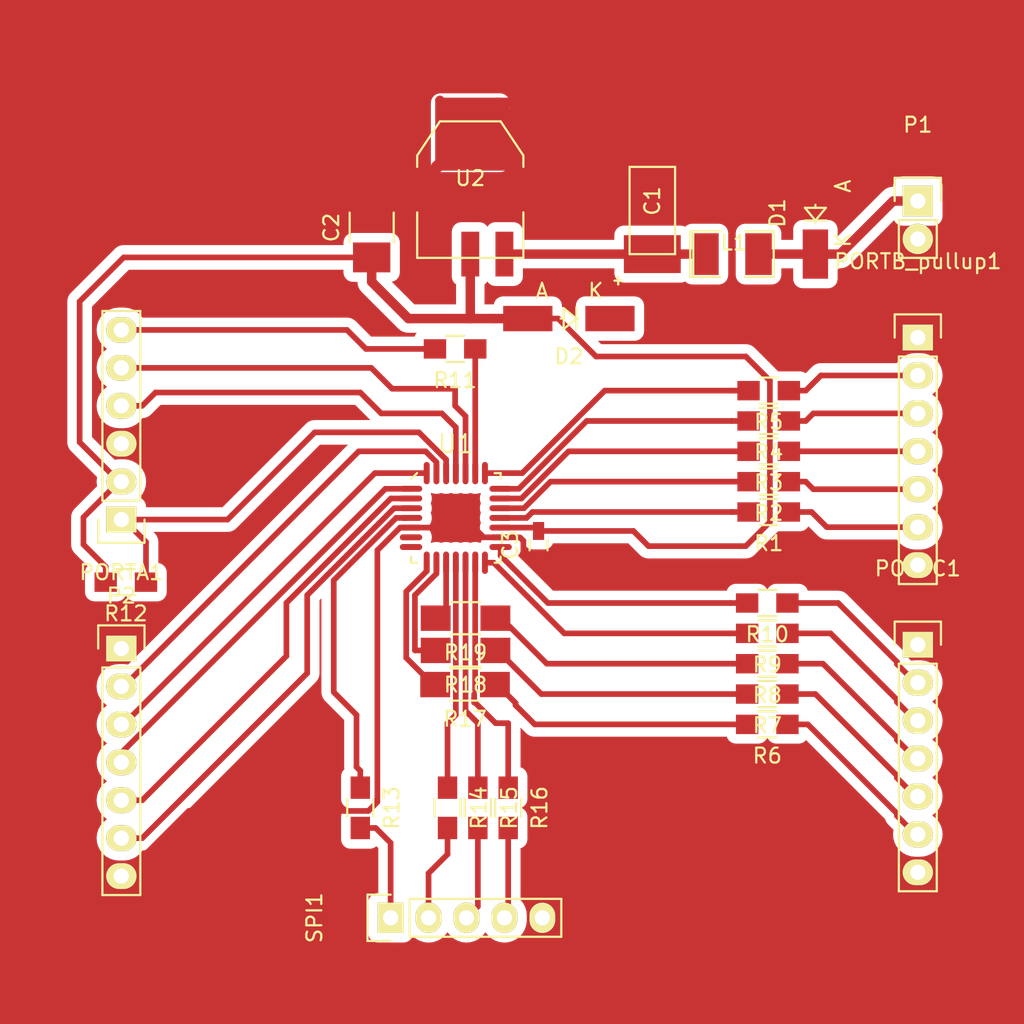
<source format=kicad_pcb>
(kicad_pcb (version 4) (host pcbnew 4.0.2-stable)

  (general
    (links 182)
    (no_connects 52)
    (area 17.272 16.51 158.369001 195.834001)
    (thickness 1.6)
    (drawings 0)
    (tracks 245)
    (zones 0)
    (modules 33)
    (nets 49)
  )

  (page A4)
  (layers
    (0 F.Cu signal)
    (31 B.Cu signal hide)
    (32 B.Adhes user hide)
    (33 F.Adhes user hide)
    (34 B.Paste user hide)
    (35 F.Paste user hide)
    (36 B.SilkS user hide)
    (37 F.SilkS user hide)
    (38 B.Mask user)
    (39 F.Mask user hide)
    (40 Dwgs.User user hide)
    (41 Cmts.User user hide)
    (42 Eco1.User user hide)
    (43 Eco2.User user hide)
    (44 Edge.Cuts user hide)
    (45 Margin user hide)
    (46 B.CrtYd user hide)
    (47 F.CrtYd user)
    (48 B.Fab user hide)
    (49 F.Fab user hide)
  )

  (setup
    (last_trace_width 0.381)
    (user_trace_width 0.254)
    (user_trace_width 0.381)
    (user_trace_width 0.508)
    (user_trace_width 0.635)
    (trace_clearance 0.2)
    (zone_clearance 0.635)
    (zone_45_only no)
    (trace_min 0.2)
    (segment_width 0.2)
    (edge_width 0.15)
    (via_size 0.6)
    (via_drill 0.4)
    (via_min_size 0.4)
    (via_min_drill 0.3)
    (uvia_size 0.3)
    (uvia_drill 0.1)
    (uvias_allowed no)
    (uvia_min_size 0.2)
    (uvia_min_drill 0.1)
    (pcb_text_width 0.3)
    (pcb_text_size 1.5 1.5)
    (mod_edge_width 0.15)
    (mod_text_size 1 1)
    (mod_text_width 0.15)
    (pad_size 4 4)
    (pad_drill 0)
    (pad_to_mask_clearance 0.2)
    (aux_axis_origin 0 0)
    (visible_elements FFFFFF7F)
    (pcbplotparams
      (layerselection 0x00000_00000001)
      (usegerberextensions false)
      (excludeedgelayer true)
      (linewidth 0.100000)
      (plotframeref false)
      (viasonmask false)
      (mode 1)
      (useauxorigin false)
      (hpglpennumber 1)
      (hpglpenspeed 20)
      (hpglpendiameter 15)
      (hpglpenoverlay 2)
      (psnegative false)
      (psa4output false)
      (plotreference true)
      (plotvalue true)
      (plotinvisibletext false)
      (padsonsilk false)
      (subtractmaskfromsilk false)
      (outputformat 4)
      (mirror true)
      (drillshape 1)
      (scaleselection 1)
      (outputdirectory ""))
  )

  (net 0 "")
  (net 1 "Net-(C1-Pad1)")
  (net 2 GND)
  (net 3 "Net-(C2-Pad1)")
  (net 4 "Net-(D1-Pad1)")
  (net 5 "Net-(D2-Pad1)")
  (net 6 "Net-(P2-Pad1)")
  (net 7 "Net-(P2-Pad4)")
  (net 8 "Net-(P2-Pad5)")
  (net 9 "Net-(P2-Pad6)")
  (net 10 "Net-(PORTA1-Pad2)")
  (net 11 "Net-(PORTA1-Pad3)")
  (net 12 "Net-(PORTA1-Pad4)")
  (net 13 "Net-(PORTA1-Pad5)")
  (net 14 "Net-(PORTA1-Pad6)")
  (net 15 "Net-(PORTB_pullup1-Pad2)")
  (net 16 "Net-(PORTB_pullup1-Pad3)")
  (net 17 "Net-(PORTB_pullup1-Pad4)")
  (net 18 "Net-(PORTB_pullup1-Pad5)")
  (net 19 "Net-(PORTB_pullup1-Pad6)")
  (net 20 "Net-(PORTC1-Pad2)")
  (net 21 "Net-(PORTC1-Pad3)")
  (net 22 "Net-(PORTC1-Pad4)")
  (net 23 "Net-(PORTC1-Pad5)")
  (net 24 "Net-(PORTC1-Pad6)")
  (net 25 "Net-(R1-Pad2)")
  (net 26 "Net-(R2-Pad2)")
  (net 27 "Net-(R3-Pad2)")
  (net 28 "Net-(R4-Pad2)")
  (net 29 "Net-(R5-Pad2)")
  (net 30 "Net-(R9-Pad2)")
  (net 31 "Net-(R10-Pad2)")
  (net 32 "Net-(R11-Pad1)")
  (net 33 "Net-(R13-Pad1)")
  (net 34 "Net-(R13-Pad2)")
  (net 35 "Net-(R14-Pad1)")
  (net 36 "Net-(R14-Pad2)")
  (net 37 "Net-(R15-Pad1)")
  (net 38 "Net-(R15-Pad2)")
  (net 39 "Net-(R16-Pad1)")
  (net 40 "Net-(R16-Pad2)")
  (net 41 "Net-(U1-Pad6)")
  (net 42 "Net-(U1-Pad7)")
  (net 43 "Net-(R17-Pad1)")
  (net 44 "Net-(R18-Pad1)")
  (net 45 "Net-(R19-Pad1)")
  (net 46 "Net-(R17-Pad2)")
  (net 47 "Net-(R18-Pad2)")
  (net 48 "Net-(R19-Pad2)")

  (net_class Default "This is the default net class."
    (clearance 0.2)
    (trace_width 0.25)
    (via_dia 0.6)
    (via_drill 0.4)
    (uvia_dia 0.3)
    (uvia_drill 0.1)
    (add_net GND)
    (add_net "Net-(C1-Pad1)")
    (add_net "Net-(C2-Pad1)")
    (add_net "Net-(D1-Pad1)")
    (add_net "Net-(D2-Pad1)")
    (add_net "Net-(P2-Pad1)")
    (add_net "Net-(P2-Pad4)")
    (add_net "Net-(P2-Pad5)")
    (add_net "Net-(P2-Pad6)")
    (add_net "Net-(PORTA1-Pad2)")
    (add_net "Net-(PORTA1-Pad3)")
    (add_net "Net-(PORTA1-Pad4)")
    (add_net "Net-(PORTA1-Pad5)")
    (add_net "Net-(PORTA1-Pad6)")
    (add_net "Net-(PORTB_pullup1-Pad2)")
    (add_net "Net-(PORTB_pullup1-Pad3)")
    (add_net "Net-(PORTB_pullup1-Pad4)")
    (add_net "Net-(PORTB_pullup1-Pad5)")
    (add_net "Net-(PORTB_pullup1-Pad6)")
    (add_net "Net-(PORTC1-Pad2)")
    (add_net "Net-(PORTC1-Pad3)")
    (add_net "Net-(PORTC1-Pad4)")
    (add_net "Net-(PORTC1-Pad5)")
    (add_net "Net-(PORTC1-Pad6)")
    (add_net "Net-(R1-Pad2)")
    (add_net "Net-(R10-Pad2)")
    (add_net "Net-(R11-Pad1)")
    (add_net "Net-(R13-Pad1)")
    (add_net "Net-(R13-Pad2)")
    (add_net "Net-(R14-Pad1)")
    (add_net "Net-(R14-Pad2)")
    (add_net "Net-(R15-Pad1)")
    (add_net "Net-(R15-Pad2)")
    (add_net "Net-(R16-Pad1)")
    (add_net "Net-(R16-Pad2)")
    (add_net "Net-(R17-Pad1)")
    (add_net "Net-(R17-Pad2)")
    (add_net "Net-(R18-Pad1)")
    (add_net "Net-(R18-Pad2)")
    (add_net "Net-(R19-Pad1)")
    (add_net "Net-(R19-Pad2)")
    (add_net "Net-(R2-Pad2)")
    (add_net "Net-(R3-Pad2)")
    (add_net "Net-(R4-Pad2)")
    (add_net "Net-(R5-Pad2)")
    (add_net "Net-(R9-Pad2)")
    (add_net "Net-(U1-Pad6)")
    (add_net "Net-(U1-Pad7)")
  )

  (net_class tr ""
    (clearance 0.2)
    (trace_width 0.635)
    (via_dia 0.6)
    (via_drill 0.4)
    (uvia_dia 0.3)
    (uvia_drill 0.1)
  )

  (module .pretty:QFP_28 (layer F.Cu) (tedit 0) (tstamp 573088D7)
    (at 119.809 51.323)
    (path /5730509E)
    (fp_text reference U1 (at 0 -4.95) (layer F.SilkS)
      (effects (font (size 1.2 1.2) (thickness 0.15)))
    )
    (fp_text value 18F25K20 (at 0 4.95) (layer F.Fab)
      (effects (font (size 1.2 1.2) (thickness 0.15)))
    )
    (fp_line (start -3 -2.6) (end -2.6 -3) (layer F.SilkS) (width 0.15))
    (fp_line (start 2.6 -3) (end 3 -3) (layer F.SilkS) (width 0.15))
    (fp_line (start 3 -3) (end 3 -2.6) (layer F.SilkS) (width 0.15))
    (fp_line (start -2.6 3) (end -3 3) (layer F.SilkS) (width 0.15))
    (fp_line (start -3 3) (end -3 2.6) (layer F.SilkS) (width 0.15))
    (fp_line (start 2.6 3) (end 3 3) (layer F.SilkS) (width 0.15))
    (fp_line (start 3 3) (end 3 2.6) (layer F.SilkS) (width 0.15))
    (fp_line (start -2.75 -2.75) (end 2.75 -2.75) (layer F.CrtYd) (width 0.15))
    (fp_line (start 2.75 -2.75) (end 2.75 2.75) (layer F.CrtYd) (width 0.15))
    (fp_line (start 2.75 2.75) (end -2.75 2.75) (layer F.CrtYd) (width 0.15))
    (fp_line (start -2.75 2.75) (end -2.75 -2.75) (layer F.CrtYd) (width 0.15))
    (pad 1 smd oval (at -3 -1.95 90) (size 0.4 1.5) (layers F.Cu F.Paste F.Mask)
      (net 12 "Net-(PORTA1-Pad4)"))
    (pad 2 smd oval (at -3 -1.3 90) (size 0.4 1.5) (layers F.Cu F.Paste F.Mask)
      (net 13 "Net-(PORTA1-Pad5)"))
    (pad 3 smd oval (at -3 -0.65 90) (size 0.4 1.5) (layers F.Cu F.Paste F.Mask)
      (net 14 "Net-(PORTA1-Pad6)"))
    (pad 4 smd oval (at -3 0 90) (size 0.4 1.5) (layers F.Cu F.Paste F.Mask)
      (net 33 "Net-(R13-Pad1)"))
    (pad 5 smd oval (at -3 0.65 90) (size 0.4 1.5) (layers F.Cu F.Paste F.Mask)
      (net 2 GND))
    (pad 6 smd oval (at -3 1.3 90) (size 0.4 1.5) (layers F.Cu F.Paste F.Mask)
      (net 41 "Net-(U1-Pad6)"))
    (pad 7 smd oval (at -3 1.95 90) (size 0.4 1.5) (layers F.Cu F.Paste F.Mask)
      (net 42 "Net-(U1-Pad7)"))
    (pad 8 smd oval (at -1.95 3) (size 0.4 1.5) (layers F.Cu F.Paste F.Mask)
      (net 46 "Net-(R17-Pad2)"))
    (pad 9 smd oval (at -1.3 3) (size 0.4 1.5) (layers F.Cu F.Paste F.Mask)
      (net 47 "Net-(R18-Pad2)"))
    (pad 10 smd oval (at -0.65 3) (size 0.4 1.5) (layers F.Cu F.Paste F.Mask)
      (net 48 "Net-(R19-Pad2)"))
    (pad 11 smd oval (at 0 3) (size 0.4 1.5) (layers F.Cu F.Paste F.Mask)
      (net 35 "Net-(R14-Pad1)"))
    (pad 12 smd oval (at 0.65 3) (size 0.4 1.5) (layers F.Cu F.Paste F.Mask)
      (net 37 "Net-(R15-Pad1)"))
    (pad 13 smd oval (at 1.3 3) (size 0.4 1.5) (layers F.Cu F.Paste F.Mask)
      (net 39 "Net-(R16-Pad1)"))
    (pad 14 smd oval (at 1.95 3) (size 0.4 1.5) (layers F.Cu F.Paste F.Mask)
      (net 30 "Net-(R9-Pad2)"))
    (pad 15 smd oval (at 3 1.95 90) (size 0.4 1.5) (layers F.Cu F.Paste F.Mask)
      (net 31 "Net-(R10-Pad2)"))
    (pad 16 smd oval (at 3 1.3 90) (size 0.4 1.5) (layers F.Cu F.Paste F.Mask)
      (net 2 GND))
    (pad 17 smd oval (at 3 0.65 90) (size 0.4 1.5) (layers F.Cu F.Paste F.Mask)
      (net 3 "Net-(C2-Pad1)"))
    (pad 18 smd oval (at 3 0 90) (size 0.4 1.5) (layers F.Cu F.Paste F.Mask)
      (net 25 "Net-(R1-Pad2)"))
    (pad 19 smd oval (at 3 -0.65 90) (size 0.4 1.5) (layers F.Cu F.Paste F.Mask)
      (net 26 "Net-(R2-Pad2)"))
    (pad 20 smd oval (at 3 -1.3 90) (size 0.4 1.5) (layers F.Cu F.Paste F.Mask)
      (net 27 "Net-(R3-Pad2)"))
    (pad 21 smd oval (at 3 -1.95 90) (size 0.4 1.5) (layers F.Cu F.Paste F.Mask)
      (net 28 "Net-(R4-Pad2)"))
    (pad 22 smd oval (at 1.95 -3) (size 0.4 1.5) (layers F.Cu F.Paste F.Mask)
      (net 29 "Net-(R5-Pad2)"))
    (pad 23 smd oval (at 1.3 -3) (size 0.4 1.5) (layers F.Cu F.Paste F.Mask)
      (net 32 "Net-(R11-Pad1)"))
    (pad 24 smd oval (at 0.65 -3) (size 0.4 1.5) (layers F.Cu F.Paste F.Mask)
      (net 8 "Net-(P2-Pad5)"))
    (pad 25 smd oval (at 0 -3) (size 0.4 1.5) (layers F.Cu F.Paste F.Mask)
      (net 7 "Net-(P2-Pad4)"))
    (pad 26 smd oval (at -0.65 -3) (size 0.4 1.5) (layers F.Cu F.Paste F.Mask)
      (net 6 "Net-(P2-Pad1)"))
    (pad 27 smd oval (at -1.3 -3) (size 0.4 1.5) (layers F.Cu F.Paste F.Mask)
      (net 10 "Net-(PORTA1-Pad2)"))
    (pad 28 smd oval (at -1.95 -3) (size 0.4 1.5) (layers F.Cu F.Paste F.Mask)
      (net 11 "Net-(PORTA1-Pad3)"))
  )

  (module Capacitors_SMD:C_0603_HandSoldering (layer F.Cu) (tedit 541A9B4D) (tstamp 5730873D)
    (at 125.349 53.147 90)
    (descr "Capacitor SMD 0603, hand soldering")
    (tags "capacitor 0603")
    (path /5730C59E)
    (attr smd)
    (fp_text reference C3 (at 0 -1.9 90) (layer F.SilkS)
      (effects (font (size 1 1) (thickness 0.15)))
    )
    (fp_text value 100n (at 0 1.9 90) (layer F.Fab)
      (effects (font (size 1 1) (thickness 0.15)))
    )
    (fp_line (start -1.85 -0.75) (end 1.85 -0.75) (layer F.CrtYd) (width 0.05))
    (fp_line (start -1.85 0.75) (end 1.85 0.75) (layer F.CrtYd) (width 0.05))
    (fp_line (start -1.85 -0.75) (end -1.85 0.75) (layer F.CrtYd) (width 0.05))
    (fp_line (start 1.85 -0.75) (end 1.85 0.75) (layer F.CrtYd) (width 0.05))
    (fp_line (start -0.35 -0.6) (end 0.35 -0.6) (layer F.SilkS) (width 0.15))
    (fp_line (start 0.35 0.6) (end -0.35 0.6) (layer F.SilkS) (width 0.15))
    (pad 1 smd rect (at -0.95 0 90) (size 1.2 0.75) (layers F.Cu F.Paste F.Mask)
      (net 2 GND))
    (pad 2 smd rect (at 0.95 0 90) (size 1.2 0.75) (layers F.Cu F.Paste F.Mask)
      (net 3 "Net-(C2-Pad1)"))
    (model Capacitors_SMD.3dshapes/C_0603_HandSoldering.wrl
      (at (xyz 0 0 0))
      (scale (xyz 1 1 1))
      (rotate (xyz 0 0 0))
    )
  )

  (module Resistors_SMD:R_0805_HandSoldering (layer F.Cu) (tedit 54189DEE) (tstamp 57308868)
    (at 97.71 55.626 180)
    (descr "Resistor SMD 0805, hand soldering")
    (tags "resistor 0805")
    (path /5730BAC5)
    (attr smd)
    (fp_text reference R12 (at 0 -2.1 180) (layer F.SilkS)
      (effects (font (size 1 1) (thickness 0.15)))
    )
    (fp_text value 10k (at 0 2.1 180) (layer F.Fab)
      (effects (font (size 1 1) (thickness 0.15)))
    )
    (fp_line (start -2.4 -1) (end 2.4 -1) (layer F.CrtYd) (width 0.05))
    (fp_line (start -2.4 1) (end 2.4 1) (layer F.CrtYd) (width 0.05))
    (fp_line (start -2.4 -1) (end -2.4 1) (layer F.CrtYd) (width 0.05))
    (fp_line (start 2.4 -1) (end 2.4 1) (layer F.CrtYd) (width 0.05))
    (fp_line (start 0.6 0.875) (end -0.6 0.875) (layer F.SilkS) (width 0.15))
    (fp_line (start -0.6 -0.875) (end 0.6 -0.875) (layer F.SilkS) (width 0.15))
    (pad 1 smd rect (at -1.35 0 180) (size 1.5 1.3) (layers F.Cu F.Paste F.Mask)
      (net 6 "Net-(P2-Pad1)"))
    (pad 2 smd rect (at 1.35 0 180) (size 1.5 1.3) (layers F.Cu F.Paste F.Mask)
      (net 3 "Net-(C2-Pad1)"))
    (model Resistors_SMD.3dshapes/R_0805_HandSoldering.wrl
      (at (xyz 0 0 0))
      (scale (xyz 1 1 1))
      (rotate (xyz 0 0 0))
    )
  )

  (module Diodes_SMD:MiniMELF_Handsoldering (layer F.Cu) (tedit 5530FDE5) (tstamp 57308750)
    (at 143.891 30.90418 90)
    (descr "Diode Mini-MELF Handsoldering")
    (tags "Diode Mini-MELF Handsoldering")
    (path /573077FA)
    (attr smd)
    (fp_text reference D1 (at 0 -2.54 90) (layer F.SilkS)
      (effects (font (size 1 1) (thickness 0.15)))
    )
    (fp_text value 5V6 (at 0 3.81 90) (layer F.Fab)
      (effects (font (size 1 1) (thickness 0.15)))
    )
    (fp_line (start -4.55 -1) (end 4.55 -1) (layer F.CrtYd) (width 0.05))
    (fp_line (start 4.55 -1) (end 4.55 1) (layer F.CrtYd) (width 0.05))
    (fp_line (start 4.55 1) (end -4.55 1) (layer F.CrtYd) (width 0.05))
    (fp_line (start -4.55 1) (end -4.55 -1) (layer F.CrtYd) (width 0.05))
    (fp_line (start -0.49958 0) (end -0.64944 0) (layer F.SilkS) (width 0.15))
    (fp_line (start 0.34878 0) (end 0.54944 0) (layer F.SilkS) (width 0.15))
    (fp_line (start -0.49958 0) (end -0.49958 0.7493) (layer F.SilkS) (width 0.15))
    (fp_line (start -0.49958 0) (end -0.49958 -0.70104) (layer F.SilkS) (width 0.15))
    (fp_line (start -0.49958 0) (end 0.34878 -0.70104) (layer F.SilkS) (width 0.15))
    (fp_line (start 0.34878 -0.70104) (end 0.34878 0.70104) (layer F.SilkS) (width 0.15))
    (fp_line (start 0.34878 0.70104) (end -0.49958 0) (layer F.SilkS) (width 0.15))
    (fp_text user K (at -1.8 1.85 90) (layer F.SilkS)
      (effects (font (size 1 1) (thickness 0.15)))
    )
    (fp_text user A (at 1.8 1.85 90) (layer F.SilkS)
      (effects (font (size 1 1) (thickness 0.15)))
    )
    (pad 1 smd rect (at -2.75082 0 90) (size 3.29946 1.69926) (layers F.Cu F.Paste F.Mask)
      (net 4 "Net-(D1-Pad1)"))
    (pad 2 smd rect (at 2.75082 0 90) (size 3.29946 1.69926) (layers F.Cu F.Paste F.Mask)
      (net 2 GND))
    (model Diodes_SMD.3dshapes/MiniMELF_Handsoldering.wrl
      (at (xyz 0 0 0))
      (scale (xyz 0.3937 0.3937 0.3937))
      (rotate (xyz 0 0 180))
    )
  )

  (module .pretty:SOT-223_handsoldering (layer F.Cu) (tedit 57309DE3) (tstamp 573088E7)
    (at 120.777 29.337)
    (descr "module CMS SOT223 4 pins")
    (tags "CMS SOT")
    (path /57305E4F)
    (attr smd)
    (fp_text reference U2 (at 0 -0.762) (layer F.SilkS)
      (effects (font (size 1 1) (thickness 0.15)))
    )
    (fp_text value LM1117 (at 0 0.762) (layer F.Fab)
      (effects (font (size 1 1) (thickness 0.15)))
    )
    (fp_line (start -3.556 1.524) (end -3.556 4.572) (layer F.SilkS) (width 0.15))
    (fp_line (start -3.556 4.572) (end 3.556 4.572) (layer F.SilkS) (width 0.15))
    (fp_line (start 3.556 4.572) (end 3.556 1.524) (layer F.SilkS) (width 0.15))
    (fp_line (start -3.556 -1.524) (end -3.556 -2.286) (layer F.SilkS) (width 0.15))
    (fp_line (start -3.556 -2.286) (end -2.032 -4.572) (layer F.SilkS) (width 0.15))
    (fp_line (start -2.032 -4.572) (end 2.032 -4.572) (layer F.SilkS) (width 0.15))
    (fp_line (start 2.032 -4.572) (end 3.556 -2.286) (layer F.SilkS) (width 0.15))
    (fp_line (start 3.556 -2.286) (end 3.556 -1.524) (layer F.SilkS) (width 0.15))
    (pad 4 smd rect (at 0 -3.81) (size 4 4) (layers F.Cu F.Paste F.Mask))
    (pad 2 smd rect (at 0 4.318) (size 1.2 3) (layers F.Cu F.Paste F.Mask)
      (net 3 "Net-(C2-Pad1)"))
    (pad 3 smd rect (at 2.286 4.318) (size 1.2 3) (layers F.Cu F.Paste F.Mask)
      (net 1 "Net-(C1-Pad1)"))
    (pad 1 smd rect (at -2.286 4.318) (size 1.2 3) (layers F.Cu F.Paste F.Mask)
      (net 2 GND))
    (model TO_SOT_Packages_SMD.3dshapes/SOT-223.wrl
      (at (xyz 0 0 0))
      (scale (xyz 0.4 0.4 0.4))
      (rotate (xyz 0 0 0))
    )
  )

  (module .pretty:2312_handsoldering (layer F.Cu) (tedit 57307BCB) (tstamp 57308725)
    (at 132.969 30.607 90)
    (path /573079FE)
    (fp_text reference C1 (at 0.508 0 90) (layer F.SilkS)
      (effects (font (size 1 1) (thickness 0.15)))
    )
    (fp_text value 100u (at 0.254 2.794 90) (layer F.Fab)
      (effects (font (size 1 1) (thickness 0.15)))
    )
    (fp_line (start -4.826 -2.54) (end -4.826 -2.032) (layer F.SilkS) (width 0.15))
    (fp_line (start -4.826 -2.032) (end -4.826 -2.286) (layer F.SilkS) (width 0.15))
    (fp_line (start -4.826 -2.286) (end -5.08 -2.286) (layer F.SilkS) (width 0.15))
    (fp_line (start -5.08 -2.286) (end -4.572 -2.286) (layer F.SilkS) (width 0.15))
    (fp_line (start -3.048 1.524) (end -3.048 -1.524) (layer F.SilkS) (width 0.15))
    (fp_line (start -3.048 -1.524) (end 2.794 -1.524) (layer F.SilkS) (width 0.15))
    (fp_line (start 2.794 -1.524) (end 2.794 1.524) (layer F.SilkS) (width 0.15))
    (fp_line (start -3.048 1.524) (end 2.794 1.524) (layer F.SilkS) (width 0.15))
    (pad 1 smd rect (at -3.048 0 90) (size 2.54 3.81) (layers F.Cu F.Paste F.Mask)
      (net 1 "Net-(C1-Pad1)"))
    (pad 2 smd rect (at 2.794 0 90) (size 2.54 3.81) (layers F.Cu F.Paste F.Mask)
      (net 2 GND))
  )

  (module Capacitors_SMD:C_1210_HandSoldering (layer F.Cu) (tedit 541A9C39) (tstamp 57308731)
    (at 114.173 31.877 90)
    (descr "Capacitor SMD 1210, hand soldering")
    (tags "capacitor 1210")
    (path /57307E02)
    (attr smd)
    (fp_text reference C2 (at 0 -2.7 90) (layer F.SilkS)
      (effects (font (size 1 1) (thickness 0.15)))
    )
    (fp_text value 33u (at 0 2.7 90) (layer F.Fab)
      (effects (font (size 1 1) (thickness 0.15)))
    )
    (fp_line (start -3.3 -1.6) (end 3.3 -1.6) (layer F.CrtYd) (width 0.05))
    (fp_line (start -3.3 1.6) (end 3.3 1.6) (layer F.CrtYd) (width 0.05))
    (fp_line (start -3.3 -1.6) (end -3.3 1.6) (layer F.CrtYd) (width 0.05))
    (fp_line (start 3.3 -1.6) (end 3.3 1.6) (layer F.CrtYd) (width 0.05))
    (fp_line (start 1 -1.475) (end -1 -1.475) (layer F.SilkS) (width 0.15))
    (fp_line (start -1 1.475) (end 1 1.475) (layer F.SilkS) (width 0.15))
    (pad 1 smd rect (at -2 0 90) (size 2 2.5) (layers F.Cu F.Paste F.Mask)
      (net 3 "Net-(C2-Pad1)"))
    (pad 2 smd rect (at 2 0 90) (size 2 2.5) (layers F.Cu F.Paste F.Mask)
      (net 2 GND))
    (model Capacitors_SMD.3dshapes/C_1210_HandSoldering.wrl
      (at (xyz 0 0 0))
      (scale (xyz 1 1 1))
      (rotate (xyz 0 0 0))
    )
  )

  (module Diodes_SMD:MiniMELF_Handsoldering (layer F.Cu) (tedit 5530FDE5) (tstamp 57308763)
    (at 127.381 37.973 180)
    (descr "Diode Mini-MELF Handsoldering")
    (tags "Diode Mini-MELF Handsoldering")
    (path /57307D55)
    (attr smd)
    (fp_text reference D2 (at 0 -2.54 180) (layer F.SilkS)
      (effects (font (size 1 1) (thickness 0.15)))
    )
    (fp_text value LL914 (at 0 3.81 180) (layer F.Fab)
      (effects (font (size 1 1) (thickness 0.15)))
    )
    (fp_line (start -4.55 -1) (end 4.55 -1) (layer F.CrtYd) (width 0.05))
    (fp_line (start 4.55 -1) (end 4.55 1) (layer F.CrtYd) (width 0.05))
    (fp_line (start 4.55 1) (end -4.55 1) (layer F.CrtYd) (width 0.05))
    (fp_line (start -4.55 1) (end -4.55 -1) (layer F.CrtYd) (width 0.05))
    (fp_line (start -0.49958 0) (end -0.64944 0) (layer F.SilkS) (width 0.15))
    (fp_line (start 0.34878 0) (end 0.54944 0) (layer F.SilkS) (width 0.15))
    (fp_line (start -0.49958 0) (end -0.49958 0.7493) (layer F.SilkS) (width 0.15))
    (fp_line (start -0.49958 0) (end -0.49958 -0.70104) (layer F.SilkS) (width 0.15))
    (fp_line (start -0.49958 0) (end 0.34878 -0.70104) (layer F.SilkS) (width 0.15))
    (fp_line (start 0.34878 -0.70104) (end 0.34878 0.70104) (layer F.SilkS) (width 0.15))
    (fp_line (start 0.34878 0.70104) (end -0.49958 0) (layer F.SilkS) (width 0.15))
    (fp_text user K (at -1.8 1.85 180) (layer F.SilkS)
      (effects (font (size 1 1) (thickness 0.15)))
    )
    (fp_text user A (at 1.8 1.85 180) (layer F.SilkS)
      (effects (font (size 1 1) (thickness 0.15)))
    )
    (pad 1 smd rect (at -2.75082 0 180) (size 3.29946 1.69926) (layers F.Cu F.Paste F.Mask)
      (net 5 "Net-(D2-Pad1)"))
    (pad 2 smd rect (at 2.75082 0 180) (size 3.29946 1.69926) (layers F.Cu F.Paste F.Mask)
      (net 3 "Net-(C2-Pad1)"))
    (model Diodes_SMD.3dshapes/MiniMELF_Handsoldering.wrl
      (at (xyz 0 0 0))
      (scale (xyz 0.3937 0.3937 0.3937))
      (rotate (xyz 0 0 180))
    )
  )

  (module SMD_Packages:SMD-1210_Pol (layer F.Cu) (tedit 0) (tstamp 57308770)
    (at 138.303 33.655)
    (tags "CMS SM")
    (path /573079A7)
    (attr smd)
    (fp_text reference L1 (at 0.127 -0.762) (layer F.SilkS)
      (effects (font (size 1 1) (thickness 0.15)))
    )
    (fp_text value 4u7 (at 0 0.762) (layer F.Fab)
      (effects (font (size 1 1) (thickness 0.15)))
    )
    (fp_line (start -2.794 -1.524) (end -2.794 1.524) (layer F.SilkS) (width 0.15))
    (fp_line (start 0.889 1.524) (end 2.794 1.524) (layer F.SilkS) (width 0.15))
    (fp_line (start 2.794 1.524) (end 2.794 -1.524) (layer F.SilkS) (width 0.15))
    (fp_line (start 2.794 -1.524) (end 0.889 -1.524) (layer F.SilkS) (width 0.15))
    (fp_line (start -0.762 -1.524) (end -2.794 -1.524) (layer F.SilkS) (width 0.15))
    (fp_line (start -2.594 -1.524) (end -2.594 1.524) (layer F.SilkS) (width 0.15))
    (fp_line (start -2.794 1.524) (end -0.762 1.524) (layer F.SilkS) (width 0.15))
    (pad 1 smd rect (at -1.778 0) (size 1.778 2.794) (layers F.Cu F.Paste F.Mask)
      (net 1 "Net-(C1-Pad1)"))
    (pad 2 smd rect (at 1.778 0) (size 1.778 2.794) (layers F.Cu F.Paste F.Mask)
      (net 4 "Net-(D1-Pad1)"))
    (model SMD_Packages.3dshapes/SMD-1210_Pol.wrl
      (at (xyz 0 0 0))
      (scale (xyz 0.2 0.2 0.2))
      (rotate (xyz 0 0 0))
    )
  )

  (module Pin_Headers:Pin_Header_Straight_1x02 (layer F.Cu) (tedit 54EA090C) (tstamp 57308781)
    (at 150.749 30.099)
    (descr "Through hole pin header")
    (tags "pin header")
    (path /573075A1)
    (fp_text reference P1 (at 0 -5.1) (layer F.SilkS)
      (effects (font (size 1 1) (thickness 0.15)))
    )
    (fp_text value CONN_01X02 (at 0 -3.1) (layer F.Fab)
      (effects (font (size 1 1) (thickness 0.15)))
    )
    (fp_line (start 1.27 1.27) (end 1.27 3.81) (layer F.SilkS) (width 0.15))
    (fp_line (start 1.55 -1.55) (end 1.55 0) (layer F.SilkS) (width 0.15))
    (fp_line (start -1.75 -1.75) (end -1.75 4.3) (layer F.CrtYd) (width 0.05))
    (fp_line (start 1.75 -1.75) (end 1.75 4.3) (layer F.CrtYd) (width 0.05))
    (fp_line (start -1.75 -1.75) (end 1.75 -1.75) (layer F.CrtYd) (width 0.05))
    (fp_line (start -1.75 4.3) (end 1.75 4.3) (layer F.CrtYd) (width 0.05))
    (fp_line (start 1.27 1.27) (end -1.27 1.27) (layer F.SilkS) (width 0.15))
    (fp_line (start -1.55 0) (end -1.55 -1.55) (layer F.SilkS) (width 0.15))
    (fp_line (start -1.55 -1.55) (end 1.55 -1.55) (layer F.SilkS) (width 0.15))
    (fp_line (start -1.27 1.27) (end -1.27 3.81) (layer F.SilkS) (width 0.15))
    (fp_line (start -1.27 3.81) (end 1.27 3.81) (layer F.SilkS) (width 0.15))
    (pad 1 thru_hole rect (at 0 0) (size 2.032 2.032) (drill 1.016) (layers *.Cu *.Mask F.SilkS)
      (net 4 "Net-(D1-Pad1)"))
    (pad 2 thru_hole oval (at 0 2.54) (size 2.032 2.032) (drill 1.016) (layers *.Cu *.Mask F.SilkS)
      (net 2 GND))
    (model Pin_Headers.3dshapes/Pin_Header_Straight_1x02.wrl
      (at (xyz 0 -0.05 0))
      (scale (xyz 1 1 1))
      (rotate (xyz 0 0 90))
    )
  )

  (module Pin_Headers:Pin_Header_Straight_1x06 (layer F.Cu) (tedit 0) (tstamp 57308796)
    (at 97.409 51.435 180)
    (descr "Through hole pin header")
    (tags "pin header")
    (path /5730A894)
    (fp_text reference P2 (at 0 -5.1 180) (layer F.SilkS)
      (effects (font (size 1 1) (thickness 0.15)))
    )
    (fp_text value ICSP (at 0 -3.1 180) (layer F.Fab)
      (effects (font (size 1 1) (thickness 0.15)))
    )
    (fp_line (start -1.75 -1.75) (end -1.75 14.45) (layer F.CrtYd) (width 0.05))
    (fp_line (start 1.75 -1.75) (end 1.75 14.45) (layer F.CrtYd) (width 0.05))
    (fp_line (start -1.75 -1.75) (end 1.75 -1.75) (layer F.CrtYd) (width 0.05))
    (fp_line (start -1.75 14.45) (end 1.75 14.45) (layer F.CrtYd) (width 0.05))
    (fp_line (start 1.27 1.27) (end 1.27 13.97) (layer F.SilkS) (width 0.15))
    (fp_line (start 1.27 13.97) (end -1.27 13.97) (layer F.SilkS) (width 0.15))
    (fp_line (start -1.27 13.97) (end -1.27 1.27) (layer F.SilkS) (width 0.15))
    (fp_line (start 1.55 -1.55) (end 1.55 0) (layer F.SilkS) (width 0.15))
    (fp_line (start 1.27 1.27) (end -1.27 1.27) (layer F.SilkS) (width 0.15))
    (fp_line (start -1.55 0) (end -1.55 -1.55) (layer F.SilkS) (width 0.15))
    (fp_line (start -1.55 -1.55) (end 1.55 -1.55) (layer F.SilkS) (width 0.15))
    (pad 1 thru_hole rect (at 0 0 180) (size 2.032 1.7272) (drill 1.016) (layers *.Cu *.Mask F.SilkS)
      (net 6 "Net-(P2-Pad1)"))
    (pad 2 thru_hole oval (at 0 2.54 180) (size 2.032 1.7272) (drill 1.016) (layers *.Cu *.Mask F.SilkS)
      (net 3 "Net-(C2-Pad1)"))
    (pad 3 thru_hole oval (at 0 5.08 180) (size 2.032 1.7272) (drill 1.016) (layers *.Cu *.Mask F.SilkS)
      (net 2 GND))
    (pad 4 thru_hole oval (at 0 7.62 180) (size 2.032 1.7272) (drill 1.016) (layers *.Cu *.Mask F.SilkS)
      (net 7 "Net-(P2-Pad4)"))
    (pad 5 thru_hole oval (at 0 10.16 180) (size 2.032 1.7272) (drill 1.016) (layers *.Cu *.Mask F.SilkS)
      (net 8 "Net-(P2-Pad5)"))
    (pad 6 thru_hole oval (at 0 12.7 180) (size 2.032 1.7272) (drill 1.016) (layers *.Cu *.Mask F.SilkS)
      (net 9 "Net-(P2-Pad6)"))
    (model Pin_Headers.3dshapes/Pin_Header_Straight_1x06.wrl
      (at (xyz 0 -0.25 0))
      (scale (xyz 1 1 1))
      (rotate (xyz 0 0 90))
    )
  )

  (module Pin_Headers:Pin_Header_Straight_1x07 (layer F.Cu) (tedit 0) (tstamp 573087AC)
    (at 97.409 60.071)
    (descr "Through hole pin header")
    (tags "pin header")
    (path /5730E905)
    (fp_text reference PORTA1 (at 0 -5.1) (layer F.SilkS)
      (effects (font (size 1 1) (thickness 0.15)))
    )
    (fp_text value CONN_01X07 (at 0 -3.1) (layer F.Fab)
      (effects (font (size 1 1) (thickness 0.15)))
    )
    (fp_line (start -1.75 -1.75) (end -1.75 17) (layer F.CrtYd) (width 0.05))
    (fp_line (start 1.75 -1.75) (end 1.75 17) (layer F.CrtYd) (width 0.05))
    (fp_line (start -1.75 -1.75) (end 1.75 -1.75) (layer F.CrtYd) (width 0.05))
    (fp_line (start -1.75 17) (end 1.75 17) (layer F.CrtYd) (width 0.05))
    (fp_line (start 1.27 1.27) (end 1.27 16.51) (layer F.SilkS) (width 0.15))
    (fp_line (start 1.27 16.51) (end -1.27 16.51) (layer F.SilkS) (width 0.15))
    (fp_line (start -1.27 16.51) (end -1.27 1.27) (layer F.SilkS) (width 0.15))
    (fp_line (start 1.55 -1.55) (end 1.55 0) (layer F.SilkS) (width 0.15))
    (fp_line (start 1.27 1.27) (end -1.27 1.27) (layer F.SilkS) (width 0.15))
    (fp_line (start -1.55 0) (end -1.55 -1.55) (layer F.SilkS) (width 0.15))
    (fp_line (start -1.55 -1.55) (end 1.55 -1.55) (layer F.SilkS) (width 0.15))
    (pad 1 thru_hole rect (at 0 0) (size 2.032 1.7272) (drill 1.016) (layers *.Cu *.Mask F.SilkS)
      (net 2 GND))
    (pad 2 thru_hole oval (at 0 2.54) (size 2.032 1.7272) (drill 1.016) (layers *.Cu *.Mask F.SilkS)
      (net 10 "Net-(PORTA1-Pad2)"))
    (pad 3 thru_hole oval (at 0 5.08) (size 2.032 1.7272) (drill 1.016) (layers *.Cu *.Mask F.SilkS)
      (net 11 "Net-(PORTA1-Pad3)"))
    (pad 4 thru_hole oval (at 0 7.62) (size 2.032 1.7272) (drill 1.016) (layers *.Cu *.Mask F.SilkS)
      (net 12 "Net-(PORTA1-Pad4)"))
    (pad 5 thru_hole oval (at 0 10.16) (size 2.032 1.7272) (drill 1.016) (layers *.Cu *.Mask F.SilkS)
      (net 13 "Net-(PORTA1-Pad5)"))
    (pad 6 thru_hole oval (at 0 12.7) (size 2.032 1.7272) (drill 1.016) (layers *.Cu *.Mask F.SilkS)
      (net 14 "Net-(PORTA1-Pad6)"))
    (pad 7 thru_hole oval (at 0 15.24) (size 2.032 1.7272) (drill 1.016) (layers *.Cu *.Mask F.SilkS)
      (net 2 GND))
    (model Pin_Headers.3dshapes/Pin_Header_Straight_1x07.wrl
      (at (xyz 0 -0.3 0))
      (scale (xyz 1 1 1))
      (rotate (xyz 0 0 90))
    )
  )

  (module Pin_Headers:Pin_Header_Straight_1x07 (layer F.Cu) (tedit 0) (tstamp 573087C2)
    (at 150.749 39.243)
    (descr "Through hole pin header")
    (tags "pin header")
    (path /57308DC1)
    (fp_text reference PORTB_pullup1 (at 0 -5.1) (layer F.SilkS)
      (effects (font (size 1 1) (thickness 0.15)))
    )
    (fp_text value CONN_01X07 (at 0 -3.1) (layer F.Fab)
      (effects (font (size 1 1) (thickness 0.15)))
    )
    (fp_line (start -1.75 -1.75) (end -1.75 17) (layer F.CrtYd) (width 0.05))
    (fp_line (start 1.75 -1.75) (end 1.75 17) (layer F.CrtYd) (width 0.05))
    (fp_line (start -1.75 -1.75) (end 1.75 -1.75) (layer F.CrtYd) (width 0.05))
    (fp_line (start -1.75 17) (end 1.75 17) (layer F.CrtYd) (width 0.05))
    (fp_line (start 1.27 1.27) (end 1.27 16.51) (layer F.SilkS) (width 0.15))
    (fp_line (start 1.27 16.51) (end -1.27 16.51) (layer F.SilkS) (width 0.15))
    (fp_line (start -1.27 16.51) (end -1.27 1.27) (layer F.SilkS) (width 0.15))
    (fp_line (start 1.55 -1.55) (end 1.55 0) (layer F.SilkS) (width 0.15))
    (fp_line (start 1.27 1.27) (end -1.27 1.27) (layer F.SilkS) (width 0.15))
    (fp_line (start -1.55 0) (end -1.55 -1.55) (layer F.SilkS) (width 0.15))
    (fp_line (start -1.55 -1.55) (end 1.55 -1.55) (layer F.SilkS) (width 0.15))
    (pad 1 thru_hole rect (at 0 0) (size 2.032 1.7272) (drill 1.016) (layers *.Cu *.Mask F.SilkS)
      (net 2 GND))
    (pad 2 thru_hole oval (at 0 2.54) (size 2.032 1.7272) (drill 1.016) (layers *.Cu *.Mask F.SilkS)
      (net 15 "Net-(PORTB_pullup1-Pad2)"))
    (pad 3 thru_hole oval (at 0 5.08) (size 2.032 1.7272) (drill 1.016) (layers *.Cu *.Mask F.SilkS)
      (net 16 "Net-(PORTB_pullup1-Pad3)"))
    (pad 4 thru_hole oval (at 0 7.62) (size 2.032 1.7272) (drill 1.016) (layers *.Cu *.Mask F.SilkS)
      (net 17 "Net-(PORTB_pullup1-Pad4)"))
    (pad 5 thru_hole oval (at 0 10.16) (size 2.032 1.7272) (drill 1.016) (layers *.Cu *.Mask F.SilkS)
      (net 18 "Net-(PORTB_pullup1-Pad5)"))
    (pad 6 thru_hole oval (at 0 12.7) (size 2.032 1.7272) (drill 1.016) (layers *.Cu *.Mask F.SilkS)
      (net 19 "Net-(PORTB_pullup1-Pad6)"))
    (pad 7 thru_hole oval (at 0 15.24) (size 2.032 1.7272) (drill 1.016) (layers *.Cu *.Mask F.SilkS)
      (net 2 GND))
    (model Pin_Headers.3dshapes/Pin_Header_Straight_1x07.wrl
      (at (xyz 0 -0.3 0))
      (scale (xyz 1 1 1))
      (rotate (xyz 0 0 90))
    )
  )

  (module Pin_Headers:Pin_Header_Straight_1x07 (layer F.Cu) (tedit 0) (tstamp 573087D8)
    (at 150.749 59.817)
    (descr "Through hole pin header")
    (tags "pin header")
    (path /573096D5)
    (fp_text reference PORTC1 (at 0 -5.1) (layer F.SilkS)
      (effects (font (size 1 1) (thickness 0.15)))
    )
    (fp_text value CONN_01X07 (at 0 -3.1) (layer F.Fab)
      (effects (font (size 1 1) (thickness 0.15)))
    )
    (fp_line (start -1.75 -1.75) (end -1.75 17) (layer F.CrtYd) (width 0.05))
    (fp_line (start 1.75 -1.75) (end 1.75 17) (layer F.CrtYd) (width 0.05))
    (fp_line (start -1.75 -1.75) (end 1.75 -1.75) (layer F.CrtYd) (width 0.05))
    (fp_line (start -1.75 17) (end 1.75 17) (layer F.CrtYd) (width 0.05))
    (fp_line (start 1.27 1.27) (end 1.27 16.51) (layer F.SilkS) (width 0.15))
    (fp_line (start 1.27 16.51) (end -1.27 16.51) (layer F.SilkS) (width 0.15))
    (fp_line (start -1.27 16.51) (end -1.27 1.27) (layer F.SilkS) (width 0.15))
    (fp_line (start 1.55 -1.55) (end 1.55 0) (layer F.SilkS) (width 0.15))
    (fp_line (start 1.27 1.27) (end -1.27 1.27) (layer F.SilkS) (width 0.15))
    (fp_line (start -1.55 0) (end -1.55 -1.55) (layer F.SilkS) (width 0.15))
    (fp_line (start -1.55 -1.55) (end 1.55 -1.55) (layer F.SilkS) (width 0.15))
    (pad 1 thru_hole rect (at 0 0) (size 2.032 1.7272) (drill 1.016) (layers *.Cu *.Mask F.SilkS)
      (net 2 GND))
    (pad 2 thru_hole oval (at 0 2.54) (size 2.032 1.7272) (drill 1.016) (layers *.Cu *.Mask F.SilkS)
      (net 20 "Net-(PORTC1-Pad2)"))
    (pad 3 thru_hole oval (at 0 5.08) (size 2.032 1.7272) (drill 1.016) (layers *.Cu *.Mask F.SilkS)
      (net 21 "Net-(PORTC1-Pad3)"))
    (pad 4 thru_hole oval (at 0 7.62) (size 2.032 1.7272) (drill 1.016) (layers *.Cu *.Mask F.SilkS)
      (net 22 "Net-(PORTC1-Pad4)"))
    (pad 5 thru_hole oval (at 0 10.16) (size 2.032 1.7272) (drill 1.016) (layers *.Cu *.Mask F.SilkS)
      (net 23 "Net-(PORTC1-Pad5)"))
    (pad 6 thru_hole oval (at 0 12.7) (size 2.032 1.7272) (drill 1.016) (layers *.Cu *.Mask F.SilkS)
      (net 24 "Net-(PORTC1-Pad6)"))
    (pad 7 thru_hole oval (at 0 15.24) (size 2.032 1.7272) (drill 1.016) (layers *.Cu *.Mask F.SilkS)
      (net 2 GND))
    (model Pin_Headers.3dshapes/Pin_Header_Straight_1x07.wrl
      (at (xyz 0 -0.3 0))
      (scale (xyz 1 1 1))
      (rotate (xyz 0 0 90))
    )
  )

  (module Resistors_SMD:R_0805_HandSoldering (layer F.Cu) (tedit 54189DEE) (tstamp 573087E4)
    (at 140.763 50.927 180)
    (descr "Resistor SMD 0805, hand soldering")
    (tags "resistor 0805")
    (path /573081FA)
    (attr smd)
    (fp_text reference R1 (at 0 -2.1 180) (layer F.SilkS)
      (effects (font (size 1 1) (thickness 0.15)))
    )
    (fp_text value 220R (at 0 2.1 180) (layer F.Fab)
      (effects (font (size 1 1) (thickness 0.15)))
    )
    (fp_line (start -2.4 -1) (end 2.4 -1) (layer F.CrtYd) (width 0.05))
    (fp_line (start -2.4 1) (end 2.4 1) (layer F.CrtYd) (width 0.05))
    (fp_line (start -2.4 -1) (end -2.4 1) (layer F.CrtYd) (width 0.05))
    (fp_line (start 2.4 -1) (end 2.4 1) (layer F.CrtYd) (width 0.05))
    (fp_line (start 0.6 0.875) (end -0.6 0.875) (layer F.SilkS) (width 0.15))
    (fp_line (start -0.6 -0.875) (end 0.6 -0.875) (layer F.SilkS) (width 0.15))
    (pad 1 smd rect (at -1.35 0 180) (size 1.5 1.3) (layers F.Cu F.Paste F.Mask)
      (net 19 "Net-(PORTB_pullup1-Pad6)"))
    (pad 2 smd rect (at 1.35 0 180) (size 1.5 1.3) (layers F.Cu F.Paste F.Mask)
      (net 25 "Net-(R1-Pad2)"))
    (model Resistors_SMD.3dshapes/R_0805_HandSoldering.wrl
      (at (xyz 0 0 0))
      (scale (xyz 1 1 1))
      (rotate (xyz 0 0 0))
    )
  )

  (module Resistors_SMD:R_0805_HandSoldering (layer F.Cu) (tedit 54189DEE) (tstamp 573087F0)
    (at 140.763 48.895 180)
    (descr "Resistor SMD 0805, hand soldering")
    (tags "resistor 0805")
    (path /5730880C)
    (attr smd)
    (fp_text reference R2 (at 0 -2.1 180) (layer F.SilkS)
      (effects (font (size 1 1) (thickness 0.15)))
    )
    (fp_text value 220R (at 0 2.1 180) (layer F.Fab)
      (effects (font (size 1 1) (thickness 0.15)))
    )
    (fp_line (start -2.4 -1) (end 2.4 -1) (layer F.CrtYd) (width 0.05))
    (fp_line (start -2.4 1) (end 2.4 1) (layer F.CrtYd) (width 0.05))
    (fp_line (start -2.4 -1) (end -2.4 1) (layer F.CrtYd) (width 0.05))
    (fp_line (start 2.4 -1) (end 2.4 1) (layer F.CrtYd) (width 0.05))
    (fp_line (start 0.6 0.875) (end -0.6 0.875) (layer F.SilkS) (width 0.15))
    (fp_line (start -0.6 -0.875) (end 0.6 -0.875) (layer F.SilkS) (width 0.15))
    (pad 1 smd rect (at -1.35 0 180) (size 1.5 1.3) (layers F.Cu F.Paste F.Mask)
      (net 18 "Net-(PORTB_pullup1-Pad5)"))
    (pad 2 smd rect (at 1.35 0 180) (size 1.5 1.3) (layers F.Cu F.Paste F.Mask)
      (net 26 "Net-(R2-Pad2)"))
    (model Resistors_SMD.3dshapes/R_0805_HandSoldering.wrl
      (at (xyz 0 0 0))
      (scale (xyz 1 1 1))
      (rotate (xyz 0 0 0))
    )
  )

  (module Resistors_SMD:R_0805_HandSoldering (layer F.Cu) (tedit 54189DEE) (tstamp 573087FC)
    (at 140.763 46.863 180)
    (descr "Resistor SMD 0805, hand soldering")
    (tags "resistor 0805")
    (path /5730887C)
    (attr smd)
    (fp_text reference R3 (at 0 -2.1 180) (layer F.SilkS)
      (effects (font (size 1 1) (thickness 0.15)))
    )
    (fp_text value 220R (at 0 2.1 180) (layer F.Fab)
      (effects (font (size 1 1) (thickness 0.15)))
    )
    (fp_line (start -2.4 -1) (end 2.4 -1) (layer F.CrtYd) (width 0.05))
    (fp_line (start -2.4 1) (end 2.4 1) (layer F.CrtYd) (width 0.05))
    (fp_line (start -2.4 -1) (end -2.4 1) (layer F.CrtYd) (width 0.05))
    (fp_line (start 2.4 -1) (end 2.4 1) (layer F.CrtYd) (width 0.05))
    (fp_line (start 0.6 0.875) (end -0.6 0.875) (layer F.SilkS) (width 0.15))
    (fp_line (start -0.6 -0.875) (end 0.6 -0.875) (layer F.SilkS) (width 0.15))
    (pad 1 smd rect (at -1.35 0 180) (size 1.5 1.3) (layers F.Cu F.Paste F.Mask)
      (net 17 "Net-(PORTB_pullup1-Pad4)"))
    (pad 2 smd rect (at 1.35 0 180) (size 1.5 1.3) (layers F.Cu F.Paste F.Mask)
      (net 27 "Net-(R3-Pad2)"))
    (model Resistors_SMD.3dshapes/R_0805_HandSoldering.wrl
      (at (xyz 0 0 0))
      (scale (xyz 1 1 1))
      (rotate (xyz 0 0 0))
    )
  )

  (module Resistors_SMD:R_0805_HandSoldering (layer F.Cu) (tedit 54189DEE) (tstamp 57308808)
    (at 140.763 44.831 180)
    (descr "Resistor SMD 0805, hand soldering")
    (tags "resistor 0805")
    (path /573088B9)
    (attr smd)
    (fp_text reference R4 (at 0 -2.1 180) (layer F.SilkS)
      (effects (font (size 1 1) (thickness 0.15)))
    )
    (fp_text value 220R (at 0 2.1 180) (layer F.Fab)
      (effects (font (size 1 1) (thickness 0.15)))
    )
    (fp_line (start -2.4 -1) (end 2.4 -1) (layer F.CrtYd) (width 0.05))
    (fp_line (start -2.4 1) (end 2.4 1) (layer F.CrtYd) (width 0.05))
    (fp_line (start -2.4 -1) (end -2.4 1) (layer F.CrtYd) (width 0.05))
    (fp_line (start 2.4 -1) (end 2.4 1) (layer F.CrtYd) (width 0.05))
    (fp_line (start 0.6 0.875) (end -0.6 0.875) (layer F.SilkS) (width 0.15))
    (fp_line (start -0.6 -0.875) (end 0.6 -0.875) (layer F.SilkS) (width 0.15))
    (pad 1 smd rect (at -1.35 0 180) (size 1.5 1.3) (layers F.Cu F.Paste F.Mask)
      (net 16 "Net-(PORTB_pullup1-Pad3)"))
    (pad 2 smd rect (at 1.35 0 180) (size 1.5 1.3) (layers F.Cu F.Paste F.Mask)
      (net 28 "Net-(R4-Pad2)"))
    (model Resistors_SMD.3dshapes/R_0805_HandSoldering.wrl
      (at (xyz 0 0 0))
      (scale (xyz 1 1 1))
      (rotate (xyz 0 0 0))
    )
  )

  (module Resistors_SMD:R_0805_HandSoldering (layer F.Cu) (tedit 54189DEE) (tstamp 57308814)
    (at 140.763 42.799 180)
    (descr "Resistor SMD 0805, hand soldering")
    (tags "resistor 0805")
    (path /573088F7)
    (attr smd)
    (fp_text reference R5 (at 0 -2.1 180) (layer F.SilkS)
      (effects (font (size 1 1) (thickness 0.15)))
    )
    (fp_text value 220R (at 0 2.1 180) (layer F.Fab)
      (effects (font (size 1 1) (thickness 0.15)))
    )
    (fp_line (start -2.4 -1) (end 2.4 -1) (layer F.CrtYd) (width 0.05))
    (fp_line (start -2.4 1) (end 2.4 1) (layer F.CrtYd) (width 0.05))
    (fp_line (start -2.4 -1) (end -2.4 1) (layer F.CrtYd) (width 0.05))
    (fp_line (start 2.4 -1) (end 2.4 1) (layer F.CrtYd) (width 0.05))
    (fp_line (start 0.6 0.875) (end -0.6 0.875) (layer F.SilkS) (width 0.15))
    (fp_line (start -0.6 -0.875) (end 0.6 -0.875) (layer F.SilkS) (width 0.15))
    (pad 1 smd rect (at -1.35 0 180) (size 1.5 1.3) (layers F.Cu F.Paste F.Mask)
      (net 15 "Net-(PORTB_pullup1-Pad2)"))
    (pad 2 smd rect (at 1.35 0 180) (size 1.5 1.3) (layers F.Cu F.Paste F.Mask)
      (net 29 "Net-(R5-Pad2)"))
    (model Resistors_SMD.3dshapes/R_0805_HandSoldering.wrl
      (at (xyz 0 0 0))
      (scale (xyz 1 1 1))
      (rotate (xyz 0 0 0))
    )
  )

  (module Resistors_SMD:R_0805_HandSoldering (layer F.Cu) (tedit 54189DEE) (tstamp 57308820)
    (at 140.669 65.151 180)
    (descr "Resistor SMD 0805, hand soldering")
    (tags "resistor 0805")
    (path /573098DA)
    (attr smd)
    (fp_text reference R6 (at 0 -2.1 180) (layer F.SilkS)
      (effects (font (size 1 1) (thickness 0.15)))
    )
    (fp_text value 220R (at 0 2.1 180) (layer F.Fab)
      (effects (font (size 1 1) (thickness 0.15)))
    )
    (fp_line (start -2.4 -1) (end 2.4 -1) (layer F.CrtYd) (width 0.05))
    (fp_line (start -2.4 1) (end 2.4 1) (layer F.CrtYd) (width 0.05))
    (fp_line (start -2.4 -1) (end -2.4 1) (layer F.CrtYd) (width 0.05))
    (fp_line (start 2.4 -1) (end 2.4 1) (layer F.CrtYd) (width 0.05))
    (fp_line (start 0.6 0.875) (end -0.6 0.875) (layer F.SilkS) (width 0.15))
    (fp_line (start -0.6 -0.875) (end 0.6 -0.875) (layer F.SilkS) (width 0.15))
    (pad 1 smd rect (at -1.35 0 180) (size 1.5 1.3) (layers F.Cu F.Paste F.Mask)
      (net 24 "Net-(PORTC1-Pad6)"))
    (pad 2 smd rect (at 1.35 0 180) (size 1.5 1.3) (layers F.Cu F.Paste F.Mask)
      (net 43 "Net-(R17-Pad1)"))
    (model Resistors_SMD.3dshapes/R_0805_HandSoldering.wrl
      (at (xyz 0 0 0))
      (scale (xyz 1 1 1))
      (rotate (xyz 0 0 0))
    )
  )

  (module Resistors_SMD:R_0805_HandSoldering (layer F.Cu) (tedit 54189DEE) (tstamp 5730882C)
    (at 140.669 63.119 180)
    (descr "Resistor SMD 0805, hand soldering")
    (tags "resistor 0805")
    (path /573099AA)
    (attr smd)
    (fp_text reference R7 (at 0 -2.1 180) (layer F.SilkS)
      (effects (font (size 1 1) (thickness 0.15)))
    )
    (fp_text value 220R (at 0 2.1 180) (layer F.Fab)
      (effects (font (size 1 1) (thickness 0.15)))
    )
    (fp_line (start -2.4 -1) (end 2.4 -1) (layer F.CrtYd) (width 0.05))
    (fp_line (start -2.4 1) (end 2.4 1) (layer F.CrtYd) (width 0.05))
    (fp_line (start -2.4 -1) (end -2.4 1) (layer F.CrtYd) (width 0.05))
    (fp_line (start 2.4 -1) (end 2.4 1) (layer F.CrtYd) (width 0.05))
    (fp_line (start 0.6 0.875) (end -0.6 0.875) (layer F.SilkS) (width 0.15))
    (fp_line (start -0.6 -0.875) (end 0.6 -0.875) (layer F.SilkS) (width 0.15))
    (pad 1 smd rect (at -1.35 0 180) (size 1.5 1.3) (layers F.Cu F.Paste F.Mask)
      (net 23 "Net-(PORTC1-Pad5)"))
    (pad 2 smd rect (at 1.35 0 180) (size 1.5 1.3) (layers F.Cu F.Paste F.Mask)
      (net 44 "Net-(R18-Pad1)"))
    (model Resistors_SMD.3dshapes/R_0805_HandSoldering.wrl
      (at (xyz 0 0 0))
      (scale (xyz 1 1 1))
      (rotate (xyz 0 0 0))
    )
  )

  (module Resistors_SMD:R_0805_HandSoldering (layer F.Cu) (tedit 54189DEE) (tstamp 57308838)
    (at 140.669 61.087 180)
    (descr "Resistor SMD 0805, hand soldering")
    (tags "resistor 0805")
    (path /573099EF)
    (attr smd)
    (fp_text reference R8 (at 0 -2.1 180) (layer F.SilkS)
      (effects (font (size 1 1) (thickness 0.15)))
    )
    (fp_text value 220R (at 0 2.1 180) (layer F.Fab)
      (effects (font (size 1 1) (thickness 0.15)))
    )
    (fp_line (start -2.4 -1) (end 2.4 -1) (layer F.CrtYd) (width 0.05))
    (fp_line (start -2.4 1) (end 2.4 1) (layer F.CrtYd) (width 0.05))
    (fp_line (start -2.4 -1) (end -2.4 1) (layer F.CrtYd) (width 0.05))
    (fp_line (start 2.4 -1) (end 2.4 1) (layer F.CrtYd) (width 0.05))
    (fp_line (start 0.6 0.875) (end -0.6 0.875) (layer F.SilkS) (width 0.15))
    (fp_line (start -0.6 -0.875) (end 0.6 -0.875) (layer F.SilkS) (width 0.15))
    (pad 1 smd rect (at -1.35 0 180) (size 1.5 1.3) (layers F.Cu F.Paste F.Mask)
      (net 22 "Net-(PORTC1-Pad4)"))
    (pad 2 smd rect (at 1.35 0 180) (size 1.5 1.3) (layers F.Cu F.Paste F.Mask)
      (net 45 "Net-(R19-Pad1)"))
    (model Resistors_SMD.3dshapes/R_0805_HandSoldering.wrl
      (at (xyz 0 0 0))
      (scale (xyz 1 1 1))
      (rotate (xyz 0 0 0))
    )
  )

  (module Resistors_SMD:R_0805_HandSoldering (layer F.Cu) (tedit 54189DEE) (tstamp 57308844)
    (at 140.669 59.055 180)
    (descr "Resistor SMD 0805, hand soldering")
    (tags "resistor 0805")
    (path /57309A37)
    (attr smd)
    (fp_text reference R9 (at 0 -2.1 180) (layer F.SilkS)
      (effects (font (size 1 1) (thickness 0.15)))
    )
    (fp_text value 220R (at 0 2.1 180) (layer F.Fab)
      (effects (font (size 1 1) (thickness 0.15)))
    )
    (fp_line (start -2.4 -1) (end 2.4 -1) (layer F.CrtYd) (width 0.05))
    (fp_line (start -2.4 1) (end 2.4 1) (layer F.CrtYd) (width 0.05))
    (fp_line (start -2.4 -1) (end -2.4 1) (layer F.CrtYd) (width 0.05))
    (fp_line (start 2.4 -1) (end 2.4 1) (layer F.CrtYd) (width 0.05))
    (fp_line (start 0.6 0.875) (end -0.6 0.875) (layer F.SilkS) (width 0.15))
    (fp_line (start -0.6 -0.875) (end 0.6 -0.875) (layer F.SilkS) (width 0.15))
    (pad 1 smd rect (at -1.35 0 180) (size 1.5 1.3) (layers F.Cu F.Paste F.Mask)
      (net 21 "Net-(PORTC1-Pad3)"))
    (pad 2 smd rect (at 1.35 0 180) (size 1.5 1.3) (layers F.Cu F.Paste F.Mask)
      (net 30 "Net-(R9-Pad2)"))
    (model Resistors_SMD.3dshapes/R_0805_HandSoldering.wrl
      (at (xyz 0 0 0))
      (scale (xyz 1 1 1))
      (rotate (xyz 0 0 0))
    )
  )

  (module Resistors_SMD:R_0805_HandSoldering (layer F.Cu) (tedit 54189DEE) (tstamp 57308850)
    (at 140.669 57.023 180)
    (descr "Resistor SMD 0805, hand soldering")
    (tags "resistor 0805")
    (path /57309A84)
    (attr smd)
    (fp_text reference R10 (at 0 -2.1 180) (layer F.SilkS)
      (effects (font (size 1 1) (thickness 0.15)))
    )
    (fp_text value 220R (at 0 2.1 180) (layer F.Fab)
      (effects (font (size 1 1) (thickness 0.15)))
    )
    (fp_line (start -2.4 -1) (end 2.4 -1) (layer F.CrtYd) (width 0.05))
    (fp_line (start -2.4 1) (end 2.4 1) (layer F.CrtYd) (width 0.05))
    (fp_line (start -2.4 -1) (end -2.4 1) (layer F.CrtYd) (width 0.05))
    (fp_line (start 2.4 -1) (end 2.4 1) (layer F.CrtYd) (width 0.05))
    (fp_line (start 0.6 0.875) (end -0.6 0.875) (layer F.SilkS) (width 0.15))
    (fp_line (start -0.6 -0.875) (end 0.6 -0.875) (layer F.SilkS) (width 0.15))
    (pad 1 smd rect (at -1.35 0 180) (size 1.5 1.3) (layers F.Cu F.Paste F.Mask)
      (net 20 "Net-(PORTC1-Pad2)"))
    (pad 2 smd rect (at 1.35 0 180) (size 1.5 1.3) (layers F.Cu F.Paste F.Mask)
      (net 31 "Net-(R10-Pad2)"))
    (model Resistors_SMD.3dshapes/R_0805_HandSoldering.wrl
      (at (xyz 0 0 0))
      (scale (xyz 1 1 1))
      (rotate (xyz 0 0 0))
    )
  )

  (module Resistors_SMD:R_0805_HandSoldering (layer F.Cu) (tedit 54189DEE) (tstamp 5730885C)
    (at 119.761 40.005 180)
    (descr "Resistor SMD 0805, hand soldering")
    (tags "resistor 0805")
    (path /5730B31D)
    (attr smd)
    (fp_text reference R11 (at 0 -2.1 180) (layer F.SilkS)
      (effects (font (size 1 1) (thickness 0.15)))
    )
    (fp_text value 0 (at 0 2.1 180) (layer F.Fab)
      (effects (font (size 1 1) (thickness 0.15)))
    )
    (fp_line (start -2.4 -1) (end 2.4 -1) (layer F.CrtYd) (width 0.05))
    (fp_line (start -2.4 1) (end 2.4 1) (layer F.CrtYd) (width 0.05))
    (fp_line (start -2.4 -1) (end -2.4 1) (layer F.CrtYd) (width 0.05))
    (fp_line (start 2.4 -1) (end 2.4 1) (layer F.CrtYd) (width 0.05))
    (fp_line (start 0.6 0.875) (end -0.6 0.875) (layer F.SilkS) (width 0.15))
    (fp_line (start -0.6 -0.875) (end 0.6 -0.875) (layer F.SilkS) (width 0.15))
    (pad 1 smd rect (at -1.35 0 180) (size 1.5 1.3) (layers F.Cu F.Paste F.Mask)
      (net 32 "Net-(R11-Pad1)"))
    (pad 2 smd rect (at 1.35 0 180) (size 1.5 1.3) (layers F.Cu F.Paste F.Mask)
      (net 9 "Net-(P2-Pad6)"))
    (model Resistors_SMD.3dshapes/R_0805_HandSoldering.wrl
      (at (xyz 0 0 0))
      (scale (xyz 1 1 1))
      (rotate (xyz 0 0 0))
    )
  )

  (module Resistors_SMD:R_0805_HandSoldering (layer F.Cu) (tedit 54189DEE) (tstamp 57308874)
    (at 113.411 70.739 270)
    (descr "Resistor SMD 0805, hand soldering")
    (tags "resistor 0805")
    (path /5730F9CE)
    (attr smd)
    (fp_text reference R13 (at 0 -2.1 270) (layer F.SilkS)
      (effects (font (size 1 1) (thickness 0.15)))
    )
    (fp_text value 220R (at 0 2.1 270) (layer F.Fab)
      (effects (font (size 1 1) (thickness 0.15)))
    )
    (fp_line (start -2.4 -1) (end 2.4 -1) (layer F.CrtYd) (width 0.05))
    (fp_line (start -2.4 1) (end 2.4 1) (layer F.CrtYd) (width 0.05))
    (fp_line (start -2.4 -1) (end -2.4 1) (layer F.CrtYd) (width 0.05))
    (fp_line (start 2.4 -1) (end 2.4 1) (layer F.CrtYd) (width 0.05))
    (fp_line (start 0.6 0.875) (end -0.6 0.875) (layer F.SilkS) (width 0.15))
    (fp_line (start -0.6 -0.875) (end 0.6 -0.875) (layer F.SilkS) (width 0.15))
    (pad 1 smd rect (at -1.35 0 270) (size 1.5 1.3) (layers F.Cu F.Paste F.Mask)
      (net 33 "Net-(R13-Pad1)"))
    (pad 2 smd rect (at 1.35 0 270) (size 1.5 1.3) (layers F.Cu F.Paste F.Mask)
      (net 34 "Net-(R13-Pad2)"))
    (model Resistors_SMD.3dshapes/R_0805_HandSoldering.wrl
      (at (xyz 0 0 0))
      (scale (xyz 1 1 1))
      (rotate (xyz 0 0 0))
    )
  )

  (module Resistors_SMD:R_0805_HandSoldering (layer F.Cu) (tedit 54189DEE) (tstamp 57308880)
    (at 119.253 70.739 270)
    (descr "Resistor SMD 0805, hand soldering")
    (tags "resistor 0805")
    (path /5730FD3E)
    (attr smd)
    (fp_text reference R14 (at 0 -2.1 270) (layer F.SilkS)
      (effects (font (size 1 1) (thickness 0.15)))
    )
    (fp_text value 220R (at 0 2.1 270) (layer F.Fab)
      (effects (font (size 1 1) (thickness 0.15)))
    )
    (fp_line (start -2.4 -1) (end 2.4 -1) (layer F.CrtYd) (width 0.05))
    (fp_line (start -2.4 1) (end 2.4 1) (layer F.CrtYd) (width 0.05))
    (fp_line (start -2.4 -1) (end -2.4 1) (layer F.CrtYd) (width 0.05))
    (fp_line (start 2.4 -1) (end 2.4 1) (layer F.CrtYd) (width 0.05))
    (fp_line (start 0.6 0.875) (end -0.6 0.875) (layer F.SilkS) (width 0.15))
    (fp_line (start -0.6 -0.875) (end 0.6 -0.875) (layer F.SilkS) (width 0.15))
    (pad 1 smd rect (at -1.35 0 270) (size 1.5 1.3) (layers F.Cu F.Paste F.Mask)
      (net 35 "Net-(R14-Pad1)"))
    (pad 2 smd rect (at 1.35 0 270) (size 1.5 1.3) (layers F.Cu F.Paste F.Mask)
      (net 36 "Net-(R14-Pad2)"))
    (model Resistors_SMD.3dshapes/R_0805_HandSoldering.wrl
      (at (xyz 0 0 0))
      (scale (xyz 1 1 1))
      (rotate (xyz 0 0 0))
    )
  )

  (module Resistors_SMD:R_0805_HandSoldering (layer F.Cu) (tedit 54189DEE) (tstamp 5730888C)
    (at 121.285 70.739 270)
    (descr "Resistor SMD 0805, hand soldering")
    (tags "resistor 0805")
    (path /5730FDA6)
    (attr smd)
    (fp_text reference R15 (at 0 -2.1 270) (layer F.SilkS)
      (effects (font (size 1 1) (thickness 0.15)))
    )
    (fp_text value 220R (at 0 2.1 270) (layer F.Fab)
      (effects (font (size 1 1) (thickness 0.15)))
    )
    (fp_line (start -2.4 -1) (end 2.4 -1) (layer F.CrtYd) (width 0.05))
    (fp_line (start -2.4 1) (end 2.4 1) (layer F.CrtYd) (width 0.05))
    (fp_line (start -2.4 -1) (end -2.4 1) (layer F.CrtYd) (width 0.05))
    (fp_line (start 2.4 -1) (end 2.4 1) (layer F.CrtYd) (width 0.05))
    (fp_line (start 0.6 0.875) (end -0.6 0.875) (layer F.SilkS) (width 0.15))
    (fp_line (start -0.6 -0.875) (end 0.6 -0.875) (layer F.SilkS) (width 0.15))
    (pad 1 smd rect (at -1.35 0 270) (size 1.5 1.3) (layers F.Cu F.Paste F.Mask)
      (net 37 "Net-(R15-Pad1)"))
    (pad 2 smd rect (at 1.35 0 270) (size 1.5 1.3) (layers F.Cu F.Paste F.Mask)
      (net 38 "Net-(R15-Pad2)"))
    (model Resistors_SMD.3dshapes/R_0805_HandSoldering.wrl
      (at (xyz 0 0 0))
      (scale (xyz 1 1 1))
      (rotate (xyz 0 0 0))
    )
  )

  (module Resistors_SMD:R_0805_HandSoldering (layer F.Cu) (tedit 54189DEE) (tstamp 57308898)
    (at 123.317 70.739 270)
    (descr "Resistor SMD 0805, hand soldering")
    (tags "resistor 0805")
    (path /5730FE24)
    (attr smd)
    (fp_text reference R16 (at 0 -2.1 270) (layer F.SilkS)
      (effects (font (size 1 1) (thickness 0.15)))
    )
    (fp_text value 220R (at 0 2.1 270) (layer F.Fab)
      (effects (font (size 1 1) (thickness 0.15)))
    )
    (fp_line (start -2.4 -1) (end 2.4 -1) (layer F.CrtYd) (width 0.05))
    (fp_line (start -2.4 1) (end 2.4 1) (layer F.CrtYd) (width 0.05))
    (fp_line (start -2.4 -1) (end -2.4 1) (layer F.CrtYd) (width 0.05))
    (fp_line (start 2.4 -1) (end 2.4 1) (layer F.CrtYd) (width 0.05))
    (fp_line (start 0.6 0.875) (end -0.6 0.875) (layer F.SilkS) (width 0.15))
    (fp_line (start -0.6 -0.875) (end 0.6 -0.875) (layer F.SilkS) (width 0.15))
    (pad 1 smd rect (at -1.35 0 270) (size 1.5 1.3) (layers F.Cu F.Paste F.Mask)
      (net 39 "Net-(R16-Pad1)"))
    (pad 2 smd rect (at 1.35 0 270) (size 1.5 1.3) (layers F.Cu F.Paste F.Mask)
      (net 40 "Net-(R16-Pad2)"))
    (model Resistors_SMD.3dshapes/R_0805_HandSoldering.wrl
      (at (xyz 0 0 0))
      (scale (xyz 1 1 1))
      (rotate (xyz 0 0 0))
    )
  )

  (module Pin_Headers:Pin_Header_Straight_1x05 (layer F.Cu) (tedit 54EA0684) (tstamp 573088AC)
    (at 115.443 78.105 90)
    (descr "Through hole pin header")
    (tags "pin header")
    (path /5731023B)
    (fp_text reference SPI1 (at 0 -5.1 90) (layer F.SilkS)
      (effects (font (size 1 1) (thickness 0.15)))
    )
    (fp_text value CONN_01X05 (at 0 -3.1 90) (layer F.Fab)
      (effects (font (size 1 1) (thickness 0.15)))
    )
    (fp_line (start -1.55 0) (end -1.55 -1.55) (layer F.SilkS) (width 0.15))
    (fp_line (start -1.55 -1.55) (end 1.55 -1.55) (layer F.SilkS) (width 0.15))
    (fp_line (start 1.55 -1.55) (end 1.55 0) (layer F.SilkS) (width 0.15))
    (fp_line (start -1.75 -1.75) (end -1.75 11.95) (layer F.CrtYd) (width 0.05))
    (fp_line (start 1.75 -1.75) (end 1.75 11.95) (layer F.CrtYd) (width 0.05))
    (fp_line (start -1.75 -1.75) (end 1.75 -1.75) (layer F.CrtYd) (width 0.05))
    (fp_line (start -1.75 11.95) (end 1.75 11.95) (layer F.CrtYd) (width 0.05))
    (fp_line (start 1.27 1.27) (end 1.27 11.43) (layer F.SilkS) (width 0.15))
    (fp_line (start 1.27 11.43) (end -1.27 11.43) (layer F.SilkS) (width 0.15))
    (fp_line (start -1.27 11.43) (end -1.27 1.27) (layer F.SilkS) (width 0.15))
    (fp_line (start 1.27 1.27) (end -1.27 1.27) (layer F.SilkS) (width 0.15))
    (pad 1 thru_hole rect (at 0 0 90) (size 2.032 1.7272) (drill 1.016) (layers *.Cu *.Mask F.SilkS)
      (net 34 "Net-(R13-Pad2)"))
    (pad 2 thru_hole oval (at 0 2.54 90) (size 2.032 1.7272) (drill 1.016) (layers *.Cu *.Mask F.SilkS)
      (net 36 "Net-(R14-Pad2)"))
    (pad 3 thru_hole oval (at 0 5.08 90) (size 2.032 1.7272) (drill 1.016) (layers *.Cu *.Mask F.SilkS)
      (net 38 "Net-(R15-Pad2)"))
    (pad 4 thru_hole oval (at 0 7.62 90) (size 2.032 1.7272) (drill 1.016) (layers *.Cu *.Mask F.SilkS)
      (net 40 "Net-(R16-Pad2)"))
    (pad 5 thru_hole oval (at 0 10.16 90) (size 2.032 1.7272) (drill 1.016) (layers *.Cu *.Mask F.SilkS)
      (net 2 GND))
    (model Pin_Headers.3dshapes/Pin_Header_Straight_1x05.wrl
      (at (xyz 0 -0.2 0))
      (scale (xyz 1 1 1))
      (rotate (xyz 0 0 90))
    )
  )

  (module Resistors_SMD:R_1206_HandSoldering (layer F.Cu) (tedit 5418A20D) (tstamp 5730AEFD)
    (at 120.4275 62.484 180)
    (descr "Resistor SMD 1206, hand soldering")
    (tags "resistor 1206")
    (path /573137FA)
    (attr smd)
    (fp_text reference R17 (at 0 -2.3 180) (layer F.SilkS)
      (effects (font (size 1 1) (thickness 0.15)))
    )
    (fp_text value 0 (at 0 2.3 180) (layer F.Fab)
      (effects (font (size 1 1) (thickness 0.15)))
    )
    (fp_line (start -3.3 -1.2) (end 3.3 -1.2) (layer F.CrtYd) (width 0.05))
    (fp_line (start -3.3 1.2) (end 3.3 1.2) (layer F.CrtYd) (width 0.05))
    (fp_line (start -3.3 -1.2) (end -3.3 1.2) (layer F.CrtYd) (width 0.05))
    (fp_line (start 3.3 -1.2) (end 3.3 1.2) (layer F.CrtYd) (width 0.05))
    (fp_line (start 1 1.075) (end -1 1.075) (layer F.SilkS) (width 0.15))
    (fp_line (start -1 -1.075) (end 1 -1.075) (layer F.SilkS) (width 0.15))
    (pad 1 smd rect (at -2 0 180) (size 2 1.7) (layers F.Cu F.Paste F.Mask)
      (net 43 "Net-(R17-Pad1)"))
    (pad 2 smd rect (at 2 0 180) (size 2 1.7) (layers F.Cu F.Paste F.Mask)
      (net 46 "Net-(R17-Pad2)"))
    (model Resistors_SMD.3dshapes/R_1206_HandSoldering.wrl
      (at (xyz 0 0 0))
      (scale (xyz 1 1 1))
      (rotate (xyz 0 0 0))
    )
  )

  (module Resistors_SMD:R_1206_HandSoldering (layer F.Cu) (tedit 5418A20D) (tstamp 5730AF09)
    (at 120.4595 60.198 180)
    (descr "Resistor SMD 1206, hand soldering")
    (tags "resistor 1206")
    (path /573139A2)
    (attr smd)
    (fp_text reference R18 (at 0 -2.3 180) (layer F.SilkS)
      (effects (font (size 1 1) (thickness 0.15)))
    )
    (fp_text value 0 (at 0 2.3 180) (layer F.Fab)
      (effects (font (size 1 1) (thickness 0.15)))
    )
    (fp_line (start -3.3 -1.2) (end 3.3 -1.2) (layer F.CrtYd) (width 0.05))
    (fp_line (start -3.3 1.2) (end 3.3 1.2) (layer F.CrtYd) (width 0.05))
    (fp_line (start -3.3 -1.2) (end -3.3 1.2) (layer F.CrtYd) (width 0.05))
    (fp_line (start 3.3 -1.2) (end 3.3 1.2) (layer F.CrtYd) (width 0.05))
    (fp_line (start 1 1.075) (end -1 1.075) (layer F.SilkS) (width 0.15))
    (fp_line (start -1 -1.075) (end 1 -1.075) (layer F.SilkS) (width 0.15))
    (pad 1 smd rect (at -2 0 180) (size 2 1.7) (layers F.Cu F.Paste F.Mask)
      (net 44 "Net-(R18-Pad1)"))
    (pad 2 smd rect (at 2 0 180) (size 2 1.7) (layers F.Cu F.Paste F.Mask)
      (net 47 "Net-(R18-Pad2)"))
    (model Resistors_SMD.3dshapes/R_1206_HandSoldering.wrl
      (at (xyz 0 0 0))
      (scale (xyz 1 1 1))
      (rotate (xyz 0 0 0))
    )
  )

  (module Resistors_SMD:R_1206_HandSoldering (layer F.Cu) (tedit 5418A20D) (tstamp 5730AF15)
    (at 120.4595 58.039 180)
    (descr "Resistor SMD 1206, hand soldering")
    (tags "resistor 1206")
    (path /57313A53)
    (attr smd)
    (fp_text reference R19 (at 0 -2.3 180) (layer F.SilkS)
      (effects (font (size 1 1) (thickness 0.15)))
    )
    (fp_text value 0 (at 0 2.3 180) (layer F.Fab)
      (effects (font (size 1 1) (thickness 0.15)))
    )
    (fp_line (start -3.3 -1.2) (end 3.3 -1.2) (layer F.CrtYd) (width 0.05))
    (fp_line (start -3.3 1.2) (end 3.3 1.2) (layer F.CrtYd) (width 0.05))
    (fp_line (start -3.3 -1.2) (end -3.3 1.2) (layer F.CrtYd) (width 0.05))
    (fp_line (start 3.3 -1.2) (end 3.3 1.2) (layer F.CrtYd) (width 0.05))
    (fp_line (start 1 1.075) (end -1 1.075) (layer F.SilkS) (width 0.15))
    (fp_line (start -1 -1.075) (end 1 -1.075) (layer F.SilkS) (width 0.15))
    (pad 1 smd rect (at -2 0 180) (size 2 1.7) (layers F.Cu F.Paste F.Mask)
      (net 45 "Net-(R19-Pad1)"))
    (pad 2 smd rect (at 2 0 180) (size 2 1.7) (layers F.Cu F.Paste F.Mask)
      (net 48 "Net-(R19-Pad2)"))
    (model Resistors_SMD.3dshapes/R_1206_HandSoldering.wrl
      (at (xyz 0 0 0))
      (scale (xyz 1 1 1))
      (rotate (xyz 0 0 0))
    )
  )

  (segment (start 132.969 33.655) (end 136.525 33.655) (width 0.635) (layer F.Cu) (net 1))
  (segment (start 123.063 33.655) (end 124.298 33.655) (width 0.635) (layer F.Cu) (net 1))
  (segment (start 124.298 33.655) (end 132.969 33.655) (width 0.635) (layer F.Cu) (net 1))
  (segment (start 116.809 51.973) (end 116.073893 51.973) (width 0.381) (layer F.Cu) (net 2))
  (segment (start 116.073893 51.973) (end 114.554 53.492893) (width 0.381) (layer F.Cu) (net 2))
  (segment (start 114.554 53.492893) (end 114.554 70.348902) (width 0.381) (layer F.Cu) (net 2))
  (segment (start 114.554 70.348902) (end 113.954403 70.948499) (width 0.381) (layer F.Cu) (net 2))
  (segment (start 113.954403 70.948499) (end 101.923901 70.948499) (width 0.381) (layer F.Cu) (net 2))
  (segment (start 101.923901 70.948499) (end 97.5614 75.311) (width 0.381) (layer F.Cu) (net 2))
  (segment (start 97.5614 75.311) (end 97.409 75.311) (width 0.381) (layer F.Cu) (net 2))
  (segment (start 122.809 52.623) (end 121.678 52.623) (width 0.381) (layer F.Cu) (net 2))
  (segment (start 121.678 52.623) (end 121.028 51.973) (width 0.381) (layer F.Cu) (net 2))
  (segment (start 121.028 51.973) (end 117.94 51.973) (width 0.381) (layer F.Cu) (net 2))
  (segment (start 117.94 51.973) (end 116.809 51.973) (width 0.381) (layer F.Cu) (net 2))
  (segment (start 122.809 52.623) (end 123.94 52.623) (width 0.381) (layer F.Cu) (net 2))
  (segment (start 123.94 52.623) (end 123.952 52.635) (width 0.381) (layer F.Cu) (net 2))
  (segment (start 123.952 52.635) (end 124.112 52.635) (width 0.381) (layer F.Cu) (net 2))
  (segment (start 124.112 52.635) (end 124.333 52.856) (width 0.381) (layer F.Cu) (net 2))
  (segment (start 124.333 52.856) (end 124.333 53.837) (width 0.381) (layer F.Cu) (net 2))
  (segment (start 124.333 53.837) (end 124.593 54.097) (width 0.381) (layer F.Cu) (net 2))
  (segment (start 124.593 54.097) (end 125.349 54.097) (width 0.381) (layer F.Cu) (net 2))
  (segment (start 122.7836 24.2062) (end 122.7836 27.4066) (width 0.635) (layer F.Cu) (net 2))
  (segment (start 122.7836 27.4066) (end 123.1265 27.7495) (width 0.635) (layer F.Cu) (net 2) (tstamp 5730B0DA))
  (segment (start 122.6185 23.495) (end 118.872 23.495) (width 0.635) (layer F.Cu) (net 2))
  (segment (start 118.872 23.495) (end 118.745 23.368) (width 0.635) (layer F.Cu) (net 2) (tstamp 5730B0D1))
  (segment (start 120.777 25.527) (end 120.777 25.3365) (width 0.635) (layer F.Cu) (net 2))
  (segment (start 120.777 25.3365) (end 122.6185 23.495) (width 0.635) (layer F.Cu) (net 2) (tstamp 5730B0CE))
  (segment (start 118.745 23.368) (end 118.745 27.4955) (width 0.635) (layer F.Cu) (net 2))
  (segment (start 118.745 27.4955) (end 118.491 27.7495) (width 0.635) (layer F.Cu) (net 2) (tstamp 5730B0CB))
  (segment (start 120.777 25.4) (end 118.745 23.368) (width 0.635) (layer F.Cu) (net 2) (tstamp 5730B0C8))
  (segment (start 120.777 25.527) (end 120.777 25.4) (width 0.635) (layer F.Cu) (net 2))
  (segment (start 123.1265 27.7495) (end 123.1265 24.003) (width 0.635) (layer F.Cu) (net 2))
  (segment (start 118.491 27.7495) (end 123.1265 27.7495) (width 0.635) (layer F.Cu) (net 2))
  (segment (start 123.1265 24.003) (end 122.6185 23.495) (width 0.635) (layer F.Cu) (net 2) (tstamp 5730B0C3))
  (segment (start 130.2385 27.813) (end 125.9205 23.495) (width 0.635) (layer F.Cu) (net 2) (tstamp 5730B0B7))
  (segment (start 132.969 27.813) (end 130.2385 27.813) (width 0.635) (layer F.Cu) (net 2))
  (segment (start 125.9205 23.495) (end 122.6185 23.495) (width 0.635) (layer F.Cu) (net 2) (tstamp 5730B0B9))
  (segment (start 118.491 27.7495) (end 118.618 27.8765) (width 0.635) (layer F.Cu) (net 2) (tstamp 5730B0BE))
  (segment (start 118.269 33.909) (end 118.237 33.877) (width 0.635) (layer F.Cu) (net 2))
  (segment (start 94.615 36.83) (end 97.568 33.877) (width 0.381) (layer F.Cu) (net 3))
  (segment (start 97.568 33.877) (end 114.173 33.877) (width 0.381) (layer F.Cu) (net 3))
  (segment (start 94.615 46.2534) (end 94.615 36.83) (width 0.381) (layer F.Cu) (net 3))
  (segment (start 97.2566 48.895) (end 94.615 46.2534) (width 0.381) (layer F.Cu) (net 3))
  (segment (start 94.869 53.104) (end 94.869 51.2826) (width 0.381) (layer F.Cu) (net 3))
  (segment (start 94.869 51.2826) (end 97.2566 48.895) (width 0.381) (layer F.Cu) (net 3))
  (segment (start 97.2566 48.895) (end 97.409 48.895) (width 0.381) (layer F.Cu) (net 3))
  (segment (start 96.36 55.626) (end 96.36 54.595) (width 0.381) (layer F.Cu) (net 3))
  (segment (start 96.36 54.595) (end 94.869 53.104) (width 0.381) (layer F.Cu) (net 3))
  (segment (start 97.5614 48.895) (end 97.409 48.895) (width 0.381) (layer F.Cu) (net 3))
  (segment (start 139.229902 40.513) (end 129.20091 40.513) (width 0.381) (layer F.Cu) (net 3))
  (segment (start 129.20091 40.513) (end 126.66091 37.973) (width 0.381) (layer F.Cu) (net 3))
  (segment (start 126.66091 37.973) (end 124.63018 37.973) (width 0.381) (layer F.Cu) (net 3))
  (segment (start 140.843 51.599902) (end 140.843 42.126098) (width 0.381) (layer F.Cu) (net 3))
  (segment (start 140.843 42.126098) (end 139.229902 40.513) (width 0.381) (layer F.Cu) (net 3))
  (segment (start 132.715 53.213) (end 139.229902 53.213) (width 0.381) (layer F.Cu) (net 3))
  (segment (start 139.229902 53.213) (end 140.843 51.599902) (width 0.381) (layer F.Cu) (net 3))
  (segment (start 131.699 52.197) (end 132.715 53.213) (width 0.381) (layer F.Cu) (net 3))
  (segment (start 125.349 52.197) (end 131.699 52.197) (width 0.381) (layer F.Cu) (net 3))
  (segment (start 116.634 37.973) (end 120.777 37.973) (width 0.635) (layer F.Cu) (net 3))
  (segment (start 120.777 37.973) (end 122.34545 37.973) (width 0.635) (layer F.Cu) (net 3))
  (segment (start 120.777 33.655) (end 120.777 35.79) (width 0.635) (layer F.Cu) (net 3))
  (segment (start 120.777 35.79) (end 120.777 37.973) (width 0.635) (layer F.Cu) (net 3))
  (segment (start 114.173 33.877) (end 114.173 35.512) (width 0.635) (layer F.Cu) (net 3))
  (segment (start 114.173 35.512) (end 116.634 37.973) (width 0.635) (layer F.Cu) (net 3))
  (segment (start 122.34545 37.973) (end 124.63018 37.973) (width 0.635) (layer F.Cu) (net 3))
  (segment (start 122.809 51.973) (end 125.125 51.973) (width 0.381) (layer F.Cu) (net 3))
  (segment (start 125.125 51.973) (end 125.349 52.197) (width 0.381) (layer F.Cu) (net 3))
  (segment (start 150.749 30.099) (end 149.098 30.099) (width 0.635) (layer F.Cu) (net 4))
  (segment (start 149.098 30.099) (end 145.542 33.655) (width 0.635) (layer F.Cu) (net 4))
  (segment (start 145.542 33.655) (end 143.891 33.655) (width 0.635) (layer F.Cu) (net 4))
  (segment (start 143.891 33.655) (end 140.081 33.655) (width 0.635) (layer F.Cu) (net 4))
  (segment (start 144.145 33.401) (end 143.891 33.655) (width 0.25) (layer F.Cu) (net 4))
  (segment (start 99.06 55.626) (end 99.06 52.9336) (width 0.381) (layer F.Cu) (net 6))
  (segment (start 99.06 52.9336) (end 97.5614 51.435) (width 0.381) (layer F.Cu) (net 6))
  (segment (start 97.5614 51.435) (end 97.409 51.435) (width 0.381) (layer F.Cu) (net 6))
  (segment (start 110.363 45.593) (end 104.521 51.435) (width 0.381) (layer F.Cu) (net 6))
  (segment (start 104.521 51.435) (end 97.409 51.435) (width 0.381) (layer F.Cu) (net 6))
  (segment (start 117.335779 45.593) (end 110.363 45.593) (width 0.381) (layer F.Cu) (net 6))
  (segment (start 119.159 48.323) (end 119.159 47.416221) (width 0.381) (layer F.Cu) (net 6))
  (segment (start 119.159 47.416221) (end 117.335779 45.593) (width 0.381) (layer F.Cu) (net 6))
  (segment (start 118.872 44.323) (end 119.809 45.26) (width 0.381) (layer F.Cu) (net 7))
  (segment (start 119.809 45.26) (end 119.809 48.323) (width 0.381) (layer F.Cu) (net 7))
  (segment (start 114.808 44.323) (end 118.872 44.323) (width 0.381) (layer F.Cu) (net 7))
  (segment (start 113.411 42.926) (end 114.808 44.323) (width 0.381) (layer F.Cu) (net 7))
  (segment (start 99.695 42.926) (end 113.411 42.926) (width 0.381) (layer F.Cu) (net 7))
  (segment (start 97.409 43.815) (end 98.806 43.815) (width 0.381) (layer F.Cu) (net 7))
  (segment (start 98.806 43.815) (end 99.695 42.926) (width 0.381) (layer F.Cu) (net 7))
  (segment (start 119.761 42.672) (end 119.761 43.815) (width 0.381) (layer F.Cu) (net 8))
  (segment (start 119.761 43.815) (end 120.459 44.513) (width 0.381) (layer F.Cu) (net 8))
  (segment (start 120.459 44.513) (end 120.459 47.192) (width 0.381) (layer F.Cu) (net 8))
  (segment (start 120.459 47.192) (end 120.459 48.323) (width 0.381) (layer F.Cu) (net 8))
  (segment (start 115.543107 42.672) (end 119.761 42.672) (width 0.381) (layer F.Cu) (net 8))
  (segment (start 97.409 41.275) (end 114.146107 41.275) (width 0.381) (layer F.Cu) (net 8))
  (segment (start 114.146107 41.275) (end 115.543107 42.672) (width 0.381) (layer F.Cu) (net 8))
  (segment (start 113.792 40.005) (end 112.522 38.735) (width 0.381) (layer F.Cu) (net 9))
  (segment (start 112.522 38.735) (end 97.409 38.735) (width 0.381) (layer F.Cu) (net 9))
  (segment (start 118.411 40.005) (end 113.792 40.005) (width 0.381) (layer F.Cu) (net 9))
  (segment (start 117.784107 46.863) (end 113.3094 46.863) (width 0.381) (layer F.Cu) (net 10))
  (segment (start 113.3094 46.863) (end 97.5614 62.611) (width 0.381) (layer F.Cu) (net 10))
  (segment (start 97.5614 62.611) (end 97.409 62.611) (width 0.381) (layer F.Cu) (net 10))
  (segment (start 118.509 48.323) (end 118.509 47.587893) (width 0.381) (layer F.Cu) (net 10))
  (segment (start 118.509 47.587893) (end 117.784107 46.863) (width 0.381) (layer F.Cu) (net 10))
  (segment (start 117.859 48.323) (end 114.3894 48.323) (width 0.381) (layer F.Cu) (net 11))
  (segment (start 114.3894 48.323) (end 97.5614 65.151) (width 0.381) (layer F.Cu) (net 11))
  (segment (start 97.5614 65.151) (end 97.409 65.151) (width 0.381) (layer F.Cu) (net 11))
  (segment (start 116.809 49.373) (end 115.092 49.373) (width 0.381) (layer F.Cu) (net 12))
  (segment (start 115.092 49.373) (end 115.062 49.403) (width 0.381) (layer F.Cu) (net 12))
  (segment (start 115.062 49.403) (end 96.9754 67.4896) (width 0.381) (layer F.Cu) (net 12))
  (segment (start 97.5614 67.691) (end 97.409 67.691) (width 0.381) (layer F.Cu) (net 12))
  (segment (start 97.409 70.231) (end 98.806 70.231) (width 0.381) (layer F.Cu) (net 13))
  (segment (start 98.806 70.231) (end 108.462107 60.574893) (width 0.381) (layer F.Cu) (net 13))
  (segment (start 108.462107 60.574893) (end 108.462107 57.018893) (width 0.381) (layer F.Cu) (net 13))
  (segment (start 108.462107 57.018893) (end 115.458 50.023) (width 0.381) (layer F.Cu) (net 13))
  (segment (start 115.458 50.023) (end 116.809 50.023) (width 0.381) (layer F.Cu) (net 13))
  (segment (start 97.5614 70.231) (end 97.409 70.231) (width 0.381) (layer F.Cu) (net 13))
  (segment (start 116.809 50.023) (end 116.073893 50.023) (width 0.381) (layer F.Cu) (net 13))
  (segment (start 109.855 61.722) (end 109.855 56.496) (width 0.381) (layer F.Cu) (net 14))
  (segment (start 109.855 56.496) (end 115.678 50.673) (width 0.381) (layer F.Cu) (net 14))
  (segment (start 115.678 50.673) (end 116.809 50.673) (width 0.381) (layer F.Cu) (net 14))
  (segment (start 97.409 72.771) (end 98.806 72.771) (width 0.381) (layer F.Cu) (net 14))
  (segment (start 98.806 72.771) (end 109.855 61.722) (width 0.381) (layer F.Cu) (net 14))
  (segment (start 97.5614 72.771) (end 97.409 72.771) (width 0.381) (layer F.Cu) (net 14))
  (segment (start 144.26 41.783) (end 150.749 41.783) (width 0.381) (layer F.Cu) (net 15))
  (segment (start 142.113 42.799) (end 143.244 42.799) (width 0.381) (layer F.Cu) (net 15))
  (segment (start 143.244 42.799) (end 144.26 41.783) (width 0.381) (layer F.Cu) (net 15))
  (segment (start 143.752 44.323) (end 150.749 44.323) (width 0.381) (layer F.Cu) (net 16))
  (segment (start 143.244 44.831) (end 143.752 44.323) (width 0.381) (layer F.Cu) (net 16))
  (segment (start 142.113 44.831) (end 143.244 44.831) (width 0.381) (layer F.Cu) (net 16))
  (segment (start 142.113 46.863) (end 150.749 46.863) (width 0.381) (layer F.Cu) (net 17))
  (segment (start 143.752 49.403) (end 150.749 49.403) (width 0.381) (layer F.Cu) (net 18))
  (segment (start 142.113 48.895) (end 143.244 48.895) (width 0.381) (layer F.Cu) (net 18))
  (segment (start 143.244 48.895) (end 143.752 49.403) (width 0.381) (layer F.Cu) (net 18))
  (segment (start 143.637 50.927) (end 144.653 51.943) (width 0.381) (layer F.Cu) (net 19))
  (segment (start 144.653 51.943) (end 150.749 51.943) (width 0.381) (layer F.Cu) (net 19))
  (segment (start 142.113 50.927) (end 143.637 50.927) (width 0.381) (layer F.Cu) (net 19))
  (segment (start 142.019 57.023) (end 145.415 57.023) (width 0.381) (layer F.Cu) (net 20))
  (segment (start 145.415 57.023) (end 149.352 60.96) (width 0.381) (layer F.Cu) (net 20))
  (segment (start 149.352 60.96) (end 149.352 61.1124) (width 0.381) (layer F.Cu) (net 20))
  (segment (start 149.352 61.1124) (end 150.5966 62.357) (width 0.381) (layer F.Cu) (net 20))
  (segment (start 150.5966 62.357) (end 150.749 62.357) (width 0.381) (layer F.Cu) (net 20))
  (segment (start 142.019 59.055) (end 144.907 59.055) (width 0.381) (layer F.Cu) (net 21))
  (segment (start 144.907 59.055) (end 149.352 63.5) (width 0.381) (layer F.Cu) (net 21))
  (segment (start 149.352 63.5) (end 149.352 63.6524) (width 0.381) (layer F.Cu) (net 21))
  (segment (start 149.352 63.6524) (end 150.5966 64.897) (width 0.381) (layer F.Cu) (net 21))
  (segment (start 150.5966 64.897) (end 150.749 64.897) (width 0.381) (layer F.Cu) (net 21))
  (segment (start 142.019 61.087) (end 144.399 61.087) (width 0.381) (layer F.Cu) (net 22))
  (segment (start 144.399 61.087) (end 149.352 66.04) (width 0.381) (layer F.Cu) (net 22))
  (segment (start 149.352 66.04) (end 149.352 66.1924) (width 0.381) (layer F.Cu) (net 22))
  (segment (start 149.352 66.1924) (end 150.5966 67.437) (width 0.381) (layer F.Cu) (net 22))
  (segment (start 150.5966 67.437) (end 150.749 67.437) (width 0.381) (layer F.Cu) (net 22))
  (segment (start 142.019 63.119) (end 143.891 63.119) (width 0.381) (layer F.Cu) (net 23))
  (segment (start 143.891 63.119) (end 149.352 68.58) (width 0.381) (layer F.Cu) (net 23))
  (segment (start 149.352 68.58) (end 149.352 68.7324) (width 0.381) (layer F.Cu) (net 23))
  (segment (start 149.352 68.7324) (end 150.5966 69.977) (width 0.381) (layer F.Cu) (net 23))
  (segment (start 150.5966 69.977) (end 150.749 69.977) (width 0.381) (layer F.Cu) (net 23))
  (segment (start 142.019 65.151) (end 143.383 65.151) (width 0.381) (layer F.Cu) (net 24))
  (segment (start 143.383 65.151) (end 149.352 71.12) (width 0.381) (layer F.Cu) (net 24))
  (segment (start 149.352 71.12) (end 149.352 71.2724) (width 0.381) (layer F.Cu) (net 24))
  (segment (start 149.352 71.2724) (end 150.5966 72.517) (width 0.381) (layer F.Cu) (net 24))
  (segment (start 150.5966 72.517) (end 150.749 72.517) (width 0.381) (layer F.Cu) (net 24))
  (segment (start 122.809 51.323) (end 124.545098 51.323) (width 0.381) (layer F.Cu) (net 25))
  (segment (start 124.545098 51.323) (end 124.941098 50.927) (width 0.381) (layer F.Cu) (net 25))
  (segment (start 124.941098 50.927) (end 138.282 50.927) (width 0.381) (layer F.Cu) (net 25))
  (segment (start 138.282 50.927) (end 139.413 50.927) (width 0.381) (layer F.Cu) (net 25))
  (segment (start 139.413 48.895) (end 126.151426 48.895) (width 0.381) (layer F.Cu) (net 26))
  (segment (start 126.151426 48.895) (end 124.373426 50.673) (width 0.381) (layer F.Cu) (net 26))
  (segment (start 124.373426 50.673) (end 122.809 50.673) (width 0.381) (layer F.Cu) (net 26))
  (segment (start 122.809 50.023) (end 124.201754 50.023) (width 0.381) (layer F.Cu) (net 27))
  (segment (start 124.201754 50.023) (end 127.361754 46.863) (width 0.381) (layer F.Cu) (net 27))
  (segment (start 127.361754 46.863) (end 138.282 46.863) (width 0.381) (layer F.Cu) (net 27))
  (segment (start 138.282 46.863) (end 139.413 46.863) (width 0.381) (layer F.Cu) (net 27))
  (segment (start 122.809 49.373) (end 124.030082 49.373) (width 0.381) (layer F.Cu) (net 28))
  (segment (start 124.030082 49.373) (end 128.572082 44.831) (width 0.381) (layer F.Cu) (net 28))
  (segment (start 128.572082 44.831) (end 138.282 44.831) (width 0.381) (layer F.Cu) (net 28))
  (segment (start 138.282 44.831) (end 139.413 44.831) (width 0.381) (layer F.Cu) (net 28))
  (segment (start 121.759 48.323) (end 124.25841 48.323) (width 0.381) (layer F.Cu) (net 29))
  (segment (start 124.25841 48.323) (end 129.78241 42.799) (width 0.381) (layer F.Cu) (net 29))
  (segment (start 129.78241 42.799) (end 138.282 42.799) (width 0.381) (layer F.Cu) (net 29))
  (segment (start 138.282 42.799) (end 139.413 42.799) (width 0.381) (layer F.Cu) (net 29))
  (segment (start 121.759 54.323) (end 122.34 54.323) (width 0.381) (layer F.Cu) (net 30))
  (segment (start 122.34 54.323) (end 127.072 59.055) (width 0.381) (layer F.Cu) (net 30))
  (segment (start 127.072 59.055) (end 138.188 59.055) (width 0.381) (layer F.Cu) (net 30))
  (segment (start 138.188 59.055) (end 139.319 59.055) (width 0.381) (layer F.Cu) (net 30))
  (segment (start 122.809 53.273) (end 122.809 53.854) (width 0.381) (layer F.Cu) (net 31))
  (segment (start 122.809 53.854) (end 125.978 57.023) (width 0.381) (layer F.Cu) (net 31))
  (segment (start 125.978 57.023) (end 138.188 57.023) (width 0.381) (layer F.Cu) (net 31))
  (segment (start 138.188 57.023) (end 139.319 57.023) (width 0.381) (layer F.Cu) (net 31))
  (segment (start 121.109 48.323) (end 121.109 40.007) (width 0.381) (layer F.Cu) (net 32))
  (segment (start 121.109 40.007) (end 121.111 40.005) (width 0.381) (layer F.Cu) (net 32))
  (segment (start 113.411 69.389) (end 113.411 68.258) (width 0.381) (layer F.Cu) (net 33))
  (segment (start 113.411 68.258) (end 113.157 68.004) (width 0.381) (layer F.Cu) (net 33))
  (segment (start 113.157 68.004) (end 113.157 64.516) (width 0.381) (layer F.Cu) (net 33))
  (segment (start 111.633 62.992) (end 113.157 64.516) (width 0.381) (layer F.Cu) (net 33))
  (segment (start 111.633 55.499) (end 111.633 62.913107) (width 0.381) (layer F.Cu) (net 33))
  (segment (start 116.559107 51.323) (end 115.824 51.323) (width 0.381) (layer F.Cu) (net 33))
  (segment (start 115.819893 51.312107) (end 111.633 55.499) (width 0.381) (layer F.Cu) (net 33))
  (segment (start 115.443 78.105) (end 115.443 73.09) (width 0.381) (layer F.Cu) (net 34))
  (segment (start 115.443 73.09) (end 114.442 72.089) (width 0.381) (layer F.Cu) (net 34))
  (segment (start 114.442 72.089) (end 113.411 72.089) (width 0.381) (layer F.Cu) (net 34))
  (segment (start 113.411 72.189) (end 113.411 72.089) (width 0.381) (layer F.Cu) (net 34))
  (segment (start 115.443 77.9526) (end 115.443 78.105) (width 0.635) (layer F.Cu) (net 34))
  (segment (start 119.809 64.515) (end 119.253 65.071) (width 0.381) (layer F.Cu) (net 35))
  (segment (start 119.253 65.071) (end 119.253 69.389) (width 0.381) (layer F.Cu) (net 35))
  (segment (start 119.809 54.323) (end 119.809 64.515) (width 0.381) (layer F.Cu) (net 35))
  (segment (start 119.253 73.8505) (end 117.983 75.1205) (width 0.381) (layer F.Cu) (net 36))
  (segment (start 117.983 75.1205) (end 117.983 78.105) (width 0.381) (layer F.Cu) (net 36))
  (segment (start 119.253 72.089) (end 119.253 73.8505) (width 0.381) (layer F.Cu) (net 36))
  (segment (start 120.459 64.245) (end 121.285 65.071) (width 0.381) (layer F.Cu) (net 37))
  (segment (start 121.285 65.071) (end 121.285 69.389) (width 0.381) (layer F.Cu) (net 37))
  (segment (start 120.459 54.323) (end 120.459 64.245) (width 0.381) (layer F.Cu) (net 37))
  (segment (start 121.285 72.089) (end 121.285 77.343) (width 0.381) (layer F.Cu) (net 38))
  (segment (start 121.285 77.343) (end 120.523 78.105) (width 0.381) (layer F.Cu) (net 38))
  (segment (start 121.109 54.323) (end 121.100499 62.863) (width 0.381) (layer F.Cu) (net 39))
  (segment (start 121.036999 63.371) (end 121.0455 63.371) (width 0.381) (layer F.Cu) (net 39))
  (segment (start 122.475 65.071) (end 121.100499 63.696499) (width 0.381) (layer F.Cu) (net 39))
  (segment (start 121.036999 63.696499) (end 121.036999 63.138401) (width 0.381) (layer F.Cu) (net 39))
  (segment (start 121.036999 63.646401) (end 121.036999 63.371) (width 0.381) (layer F.Cu) (net 39))
  (segment (start 123.317 65.071) (end 122.475 65.071) (width 0.381) (layer F.Cu) (net 39))
  (segment (start 123.317 65.071) (end 123.317 69.389) (width 0.381) (layer F.Cu) (net 39))
  (segment (start 123.317 69.289) (end 123.317 69.389) (width 0.381) (layer F.Cu) (net 39))
  (segment (start 123.317 72.089) (end 123.317 77.851) (width 0.381) (layer F.Cu) (net 40))
  (segment (start 123.317 77.851) (end 123.063 78.105) (width 0.381) (layer F.Cu) (net 40))
  (segment (start 139.319 65.151) (end 125.0945 65.151) (width 0.381) (layer F.Cu) (net 43))
  (segment (start 125.0945 65.151) (end 123.8085 63.865) (width 0.381) (layer F.Cu) (net 43))
  (segment (start 123.8085 63.865) (end 123.8085 63.715) (width 0.381) (layer F.Cu) (net 43))
  (segment (start 123.8085 63.715) (end 122.5775 62.484) (width 0.381) (layer F.Cu) (net 43))
  (segment (start 122.5775 62.484) (end 122.4275 62.484) (width 0.381) (layer F.Cu) (net 43))
  (segment (start 139.319 63.119) (end 125.5305 63.119) (width 0.381) (layer F.Cu) (net 44))
  (segment (start 125.5305 63.119) (end 122.6095 60.198) (width 0.381) (layer F.Cu) (net 44))
  (segment (start 122.6095 60.198) (end 122.4595 60.198) (width 0.381) (layer F.Cu) (net 44))
  (segment (start 139.319 61.087) (end 125.901402 61.087) (width 0.381) (layer F.Cu) (net 45))
  (segment (start 125.901402 61.087) (end 122.853402 58.039) (width 0.381) (layer F.Cu) (net 45))
  (segment (start 122.853402 58.039) (end 122.4595 58.039) (width 0.381) (layer F.Cu) (net 45))
  (segment (start 117.859 54.323) (end 117.859 54.886435) (width 0.381) (layer F.Cu) (net 46))
  (segment (start 117.859 54.886435) (end 116.487989 56.257446) (width 0.381) (layer F.Cu) (net 46))
  (segment (start 116.487989 56.257446) (end 116.487989 60.694489) (width 0.381) (layer F.Cu) (net 46))
  (segment (start 116.487989 60.694489) (end 118.2775 62.484) (width 0.381) (layer F.Cu) (net 46))
  (segment (start 118.2775 62.484) (end 118.4275 62.484) (width 0.381) (layer F.Cu) (net 46))
  (segment (start 118.509 54.323) (end 118.509 55.058107) (width 0.381) (layer F.Cu) (net 47))
  (segment (start 118.509 55.058107) (end 117.068999 56.498108) (width 0.381) (layer F.Cu) (net 47))
  (segment (start 117.068999 56.498108) (end 117.068999 60.188499) (width 0.381) (layer F.Cu) (net 47))
  (segment (start 117.068999 60.188499) (end 117.0785 60.198) (width 0.381) (layer F.Cu) (net 47))
  (segment (start 117.0785 60.198) (end 118.4595 60.198) (width 0.381) (layer F.Cu) (net 47))
  (segment (start 119.159 54.323) (end 119.159 57.3395) (width 0.381) (layer F.Cu) (net 48))
  (segment (start 119.159 57.3395) (end 118.4595 58.039) (width 0.381) (layer F.Cu) (net 48))

  (zone (net 2) (net_name GND) (layer F.Cu) (tstamp 0) (hatch none 0.508)
    (connect_pads yes (clearance 0.635))
    (min_thickness 0.0254)
    (fill yes (arc_segments 32) (thermal_gap 0.508) (thermal_bridge_width 0.508))
    (polygon
      (pts
        (xy 157.861 16.637) (xy 157.861 85.217) (xy 89.281 85.217) (xy 89.281 16.637)
      )
    )
    (filled_polygon
      (pts
        (xy 157.8483 85.2043) (xy 89.2937 85.2043) (xy 89.2937 36.83) (xy 93.7768 36.83) (xy 93.7768 46.2534)
        (xy 93.784359 46.330494) (xy 93.791104 46.407588) (xy 93.792333 46.411817) (xy 93.792763 46.416207) (xy 93.815145 46.490337)
        (xy 93.836743 46.56468) (xy 93.838773 46.568596) (xy 93.840046 46.572813) (xy 93.876392 46.641171) (xy 93.912026 46.709916)
        (xy 93.914775 46.713359) (xy 93.916845 46.717253) (xy 93.965792 46.777267) (xy 94.014086 46.837764) (xy 94.020138 46.843902)
        (xy 94.020238 46.844024) (xy 94.020351 46.844118) (xy 94.022303 46.846097) (xy 95.768042 48.591836) (xy 95.737287 48.884449)
        (xy 95.764019 49.178189) (xy 95.769476 49.19673) (xy 94.276303 50.689903) (xy 94.227152 50.749741) (xy 94.17739 50.809045)
        (xy 94.175267 50.812906) (xy 94.172469 50.816313) (xy 94.135891 50.884531) (xy 94.098581 50.952398) (xy 94.097247 50.956602)
        (xy 94.095166 50.960484) (xy 94.072523 51.034542) (xy 94.049117 51.108328) (xy 94.048626 51.112703) (xy 94.047336 51.116923)
        (xy 94.03951 51.193979) (xy 94.030882 51.270897) (xy 94.030822 51.279521) (xy 94.030806 51.279674) (xy 94.03082 51.279817)
        (xy 94.0308 51.2826) (xy 94.0308 53.104) (xy 94.038359 53.181094) (xy 94.045104 53.258188) (xy 94.046333 53.262417)
        (xy 94.046763 53.266807) (xy 94.069145 53.340937) (xy 94.090743 53.41528) (xy 94.092773 53.419196) (xy 94.094046 53.423413)
        (xy 94.130392 53.491771) (xy 94.166026 53.560516) (xy 94.168775 53.563959) (xy 94.170845 53.567853) (xy 94.219792 53.627867)
        (xy 94.268086 53.688364) (xy 94.274138 53.694502) (xy 94.274238 53.694624) (xy 94.274351 53.694718) (xy 94.276303 53.696697)
        (xy 95.127895 54.548289) (xy 95.060195 54.627722) (xy 94.984934 54.794682) (xy 94.959167 54.976) (xy 94.959167 56.276)
        (xy 94.967392 56.379144) (xy 95.021569 56.554086) (xy 95.122338 56.70701) (xy 95.261722 56.825805) (xy 95.428682 56.901066)
        (xy 95.61 56.926833) (xy 97.11 56.926833) (xy 97.213144 56.918608) (xy 97.388086 56.864431) (xy 97.54101 56.763662)
        (xy 97.659805 56.624278) (xy 97.709302 56.514474) (xy 97.721569 56.554086) (xy 97.822338 56.70701) (xy 97.961722 56.825805)
        (xy 98.128682 56.901066) (xy 98.31 56.926833) (xy 99.81 56.926833) (xy 99.913144 56.918608) (xy 100.088086 56.864431)
        (xy 100.24101 56.763662) (xy 100.359805 56.624278) (xy 100.435066 56.457318) (xy 100.460833 56.276) (xy 100.460833 54.976)
        (xy 100.452608 54.872856) (xy 100.398431 54.697914) (xy 100.297662 54.54499) (xy 100.158278 54.426195) (xy 99.991318 54.350934)
        (xy 99.8982 54.337701) (xy 99.8982 52.9336) (xy 99.890641 52.856506) (xy 99.883896 52.779412) (xy 99.882667 52.775183)
        (xy 99.882237 52.770793) (xy 99.859846 52.69663) (xy 99.838256 52.622319) (xy 99.836228 52.618407) (xy 99.834954 52.614187)
        (xy 99.798578 52.545773) (xy 99.762973 52.477084) (xy 99.760227 52.473645) (xy 99.758155 52.469747) (xy 99.709186 52.409705)
        (xy 99.660914 52.349236) (xy 99.654862 52.343098) (xy 99.654762 52.342976) (xy 99.654649 52.342882) (xy 99.652697 52.340903)
        (xy 99.584994 52.2732) (xy 104.521 52.2732) (xy 104.598094 52.265641) (xy 104.675188 52.258896) (xy 104.679417 52.257667)
        (xy 104.683807 52.257237) (xy 104.757937 52.234855) (xy 104.83228 52.213257) (xy 104.836196 52.211227) (xy 104.840413 52.209954)
        (xy 104.908771 52.173608) (xy 104.977516 52.137974) (xy 104.980959 52.135225) (xy 104.984853 52.133155) (xy 105.044867 52.084208)
        (xy 105.105364 52.035914) (xy 105.111502 52.029862) (xy 105.111624 52.029762) (xy 105.111718 52.029649) (xy 105.113697 52.027697)
        (xy 110.710194 46.4312) (xy 112.555806 46.4312) (xy 97.857244 61.129762) (xy 97.590551 61.099847) (xy 97.56945 61.0997)
        (xy 97.24855 61.0997) (xy 96.955004 61.128482) (xy 96.672638 61.213734) (xy 96.412209 61.352206) (xy 96.183636 61.538626)
        (xy 95.995626 61.765892) (xy 95.855338 62.025348) (xy 95.768118 62.307111) (xy 95.737287 62.600449) (xy 95.764019 62.894189)
        (xy 95.847297 63.177143) (xy 95.983948 63.438532) (xy 96.168767 63.668401) (xy 96.394715 63.857994) (xy 96.434951 63.880114)
        (xy 96.412209 63.892206) (xy 96.183636 64.078626) (xy 95.995626 64.305892) (xy 95.855338 64.565348) (xy 95.768118 64.847111)
        (xy 95.737287 65.140449) (xy 95.764019 65.434189) (xy 95.847297 65.717143) (xy 95.983948 65.978532) (xy 96.168767 66.208401)
        (xy 96.394715 66.397994) (xy 96.434951 66.420114) (xy 96.412209 66.432206) (xy 96.183636 66.618626) (xy 95.995626 66.845892)
        (xy 95.855338 67.105348) (xy 95.768118 67.387111) (xy 95.737287 67.680449) (xy 95.764019 67.974189) (xy 95.847297 68.257143)
        (xy 95.983948 68.518532) (xy 96.168767 68.748401) (xy 96.394715 68.937994) (xy 96.434951 68.960114) (xy 96.412209 68.972206)
        (xy 96.183636 69.158626) (xy 95.995626 69.385892) (xy 95.855338 69.645348) (xy 95.768118 69.927111) (xy 95.737287 70.220449)
        (xy 95.764019 70.514189) (xy 95.847297 70.797143) (xy 95.983948 71.058532) (xy 96.168767 71.288401) (xy 96.394715 71.477994)
        (xy 96.434951 71.500114) (xy 96.412209 71.512206) (xy 96.183636 71.698626) (xy 95.995626 71.925892) (xy 95.855338 72.185348)
        (xy 95.768118 72.467111) (xy 95.737287 72.760449) (xy 95.764019 73.054189) (xy 95.847297 73.337143) (xy 95.983948 73.598532)
        (xy 96.168767 73.828401) (xy 96.394715 74.017994) (xy 96.653186 74.160089) (xy 96.934333 74.249274) (xy 97.227449 74.282153)
        (xy 97.24855 74.2823) (xy 97.56945 74.2823) (xy 97.862996 74.253518) (xy 98.145362 74.168266) (xy 98.405791 74.029794)
        (xy 98.634364 73.843374) (xy 98.822374 73.616108) (xy 98.827235 73.607118) (xy 98.883094 73.601641) (xy 98.960188 73.594896)
        (xy 98.964417 73.593667) (xy 98.968807 73.593237) (xy 99.042937 73.570855) (xy 99.11728 73.549257) (xy 99.121196 73.547227)
        (xy 99.125413 73.545954) (xy 99.193771 73.509608) (xy 99.262516 73.473974) (xy 99.265959 73.471225) (xy 99.269853 73.469155)
        (xy 99.329867 73.420208) (xy 99.390364 73.371914) (xy 99.396502 73.365862) (xy 99.396624 73.365762) (xy 99.396718 73.365649)
        (xy 99.398697 73.363697) (xy 110.447697 62.314697) (xy 110.496871 62.254832) (xy 110.54661 62.195555) (xy 110.548731 62.191697)
        (xy 110.551532 62.188287) (xy 110.588149 62.119996) (xy 110.625419 62.052202) (xy 110.626751 62.048002) (xy 110.628835 62.044116)
        (xy 110.651487 61.970025) (xy 110.674883 61.896272) (xy 110.675374 61.891896) (xy 110.676664 61.887676) (xy 110.684495 61.810581)
        (xy 110.693118 61.733703) (xy 110.693178 61.72509) (xy 110.693195 61.724926) (xy 110.693181 61.724773) (xy 110.6932 61.722)
        (xy 110.6932 56.843194) (xy 110.7948 56.741594) (xy 110.7948 62.913107) (xy 110.798435 62.950184) (xy 110.794846 62.983223)
        (xy 110.809104 63.146188) (xy 110.854743 63.30328) (xy 110.930026 63.448516) (xy 111.032086 63.576364) (xy 111.040303 63.584697)
        (xy 112.3188 64.863194) (xy 112.3188 68.004) (xy 112.326359 68.081094) (xy 112.332368 68.149771) (xy 112.32999 68.151338)
        (xy 112.211195 68.290722) (xy 112.135934 68.457682) (xy 112.110167 68.639) (xy 112.110167 70.139) (xy 112.118392 70.242144)
        (xy 112.172569 70.417086) (xy 112.273338 70.57001) (xy 112.412722 70.688805) (xy 112.522526 70.738302) (xy 112.482914 70.750569)
        (xy 112.32999 70.851338) (xy 112.211195 70.990722) (xy 112.135934 71.157682) (xy 112.110167 71.339) (xy 112.110167 72.839)
        (xy 112.118392 72.942144) (xy 112.172569 73.117086) (xy 112.273338 73.27001) (xy 112.412722 73.388805) (xy 112.579682 73.464066)
        (xy 112.761 73.489833) (xy 114.061 73.489833) (xy 114.164144 73.481608) (xy 114.339086 73.427431) (xy 114.49201 73.326662)
        (xy 114.493049 73.325443) (xy 114.6048 73.437194) (xy 114.6048 76.438167) (xy 114.5794 76.438167) (xy 114.476256 76.446392)
        (xy 114.301314 76.500569) (xy 114.14839 76.601338) (xy 114.029595 76.740722) (xy 113.954334 76.907682) (xy 113.928567 77.089)
        (xy 113.928567 79.121) (xy 113.936792 79.224144) (xy 113.990969 79.399086) (xy 114.091738 79.55201) (xy 114.231122 79.670805)
        (xy 114.398082 79.746066) (xy 114.5794 79.771833) (xy 116.3066 79.771833) (xy 116.409744 79.763608) (xy 116.584686 79.709431)
        (xy 116.73761 79.608662) (xy 116.856405 79.469278) (xy 116.916743 79.335424) (xy 117.137892 79.518374) (xy 117.397348 79.658662)
        (xy 117.679111 79.745882) (xy 117.972449 79.776713) (xy 118.266189 79.749981) (xy 118.549143 79.666703) (xy 118.810532 79.530052)
        (xy 119.040401 79.345233) (xy 119.229994 79.119285) (xy 119.252114 79.079049) (xy 119.264206 79.101791) (xy 119.450626 79.330364)
        (xy 119.677892 79.518374) (xy 119.937348 79.658662) (xy 120.219111 79.745882) (xy 120.512449 79.776713) (xy 120.806189 79.749981)
        (xy 121.089143 79.666703) (xy 121.350532 79.530052) (xy 121.580401 79.345233) (xy 121.769994 79.119285) (xy 121.792114 79.079049)
        (xy 121.804206 79.101791) (xy 121.990626 79.330364) (xy 122.217892 79.518374) (xy 122.477348 79.658662) (xy 122.759111 79.745882)
        (xy 123.052449 79.776713) (xy 123.346189 79.749981) (xy 123.629143 79.666703) (xy 123.890532 79.530052) (xy 124.120401 79.345233)
        (xy 124.309994 79.119285) (xy 124.452089 78.860814) (xy 124.541274 78.579667) (xy 124.574153 78.286551) (xy 124.5743 78.26545)
        (xy 124.5743 77.94455) (xy 124.545518 77.651004) (xy 124.460266 77.368638) (xy 124.321794 77.108209) (xy 124.1552 76.903945)
        (xy 124.1552 73.455267) (xy 124.245086 73.427431) (xy 124.39801 73.326662) (xy 124.516805 73.187278) (xy 124.592066 73.020318)
        (xy 124.617833 72.839) (xy 124.617833 71.339) (xy 124.609608 71.235856) (xy 124.555431 71.060914) (xy 124.454662 70.90799)
        (xy 124.315278 70.789195) (xy 124.205474 70.739698) (xy 124.245086 70.727431) (xy 124.39801 70.626662) (xy 124.516805 70.487278)
        (xy 124.592066 70.320318) (xy 124.617833 70.139) (xy 124.617833 68.639) (xy 124.609608 68.535856) (xy 124.555431 68.360914)
        (xy 124.454662 68.20799) (xy 124.315278 68.089195) (xy 124.1552 68.017036) (xy 124.1552 65.397094) (xy 124.501803 65.743697)
        (xy 124.561668 65.792871) (xy 124.620945 65.84261) (xy 124.624803 65.844731) (xy 124.628213 65.847532) (xy 124.696504 65.884149)
        (xy 124.764298 65.921419) (xy 124.768498 65.922751) (xy 124.772384 65.924835) (xy 124.846475 65.947487) (xy 124.920228 65.970883)
        (xy 124.924604 65.971374) (xy 124.928824 65.972664) (xy 125.005919 65.980495) (xy 125.082797 65.989118) (xy 125.09141 65.989178)
        (xy 125.091574 65.989195) (xy 125.091727 65.989181) (xy 125.0945 65.9892) (xy 137.952733 65.9892) (xy 137.980569 66.079086)
        (xy 138.081338 66.23201) (xy 138.220722 66.350805) (xy 138.387682 66.426066) (xy 138.569 66.451833) (xy 140.069 66.451833)
        (xy 140.172144 66.443608) (xy 140.347086 66.389431) (xy 140.50001 66.288662) (xy 140.618805 66.149278) (xy 140.668302 66.039474)
        (xy 140.680569 66.079086) (xy 140.781338 66.23201) (xy 140.920722 66.350805) (xy 141.087682 66.426066) (xy 141.269 66.451833)
        (xy 142.769 66.451833) (xy 142.872144 66.443608) (xy 143.047086 66.389431) (xy 143.20001 66.288662) (xy 143.262246 66.21564)
        (xy 148.550502 71.503896) (xy 148.552145 71.509337) (xy 148.573743 71.58368) (xy 148.575773 71.587596) (xy 148.577046 71.591813)
        (xy 148.613392 71.660171) (xy 148.649026 71.728916) (xy 148.651775 71.732359) (xy 148.653845 71.736253) (xy 148.702792 71.796267)
        (xy 148.751086 71.856764) (xy 148.757138 71.862902) (xy 148.757238 71.863024) (xy 148.757351 71.863118) (xy 148.759303 71.865097)
        (xy 149.108042 72.213836) (xy 149.077287 72.506449) (xy 149.104019 72.800189) (xy 149.187297 73.083143) (xy 149.323948 73.344532)
        (xy 149.508767 73.574401) (xy 149.734715 73.763994) (xy 149.993186 73.906089) (xy 150.274333 73.995274) (xy 150.567449 74.028153)
        (xy 150.58855 74.0283) (xy 150.90945 74.0283) (xy 151.202996 73.999518) (xy 151.485362 73.914266) (xy 151.745791 73.775794)
        (xy 151.974364 73.589374) (xy 152.162374 73.362108) (xy 152.302662 73.102652) (xy 152.389882 72.820889) (xy 152.420713 72.527551)
        (xy 152.393981 72.233811) (xy 152.310703 71.950857) (xy 152.174052 71.689468) (xy 151.989233 71.459599) (xy 151.763285 71.270006)
        (xy 151.723049 71.247886) (xy 151.745791 71.235794) (xy 151.974364 71.049374) (xy 152.162374 70.822108) (xy 152.302662 70.562652)
        (xy 152.389882 70.280889) (xy 152.420713 69.987551) (xy 152.393981 69.693811) (xy 152.310703 69.410857) (xy 152.174052 69.149468)
        (xy 151.989233 68.919599) (xy 151.763285 68.730006) (xy 151.723049 68.707886) (xy 151.745791 68.695794) (xy 151.974364 68.509374)
        (xy 152.162374 68.282108) (xy 152.302662 68.022652) (xy 152.389882 67.740889) (xy 152.420713 67.447551) (xy 152.393981 67.153811)
        (xy 152.310703 66.870857) (xy 152.174052 66.609468) (xy 151.989233 66.379599) (xy 151.763285 66.190006) (xy 151.723049 66.167886)
        (xy 151.745791 66.155794) (xy 151.974364 65.969374) (xy 152.162374 65.742108) (xy 152.302662 65.482652) (xy 152.389882 65.200889)
        (xy 152.420713 64.907551) (xy 152.393981 64.613811) (xy 152.310703 64.330857) (xy 152.174052 64.069468) (xy 151.989233 63.839599)
        (xy 151.763285 63.650006) (xy 151.723049 63.627886) (xy 151.745791 63.615794) (xy 151.974364 63.429374) (xy 152.162374 63.202108)
        (xy 152.302662 62.942652) (xy 152.389882 62.660889) (xy 152.420713 62.367551) (xy 152.393981 62.073811) (xy 152.310703 61.790857)
        (xy 152.174052 61.529468) (xy 151.989233 61.299599) (xy 151.763285 61.110006) (xy 151.504814 60.967911) (xy 151.223667 60.878726)
        (xy 150.930551 60.845847) (xy 150.90945 60.8457) (xy 150.58855 60.8457) (xy 150.299077 60.874083) (xy 150.153498 60.728504)
        (xy 150.151855 60.723063) (xy 150.130257 60.64872) (xy 150.128227 60.644804) (xy 150.126954 60.640587) (xy 150.090608 60.572229)
        (xy 150.054974 60.503484) (xy 150.052225 60.500041) (xy 150.050155 60.496147) (xy 150.001208 60.436133) (xy 149.952914 60.375636)
        (xy 149.946862 60.369498) (xy 149.946762 60.369376) (xy 149.946649 60.369282) (xy 149.944697 60.367303) (xy 146.007697 56.430303)
        (xy 145.947859 56.381152) (xy 145.888555 56.33139) (xy 145.884694 56.329267) (xy 145.881287 56.326469) (xy 145.813069 56.289891)
        (xy 145.745202 56.252581) (xy 145.740998 56.251247) (xy 145.737116 56.249166) (xy 145.663058 56.226523) (xy 145.589272 56.203117)
        (xy 145.584897 56.202626) (xy 145.580677 56.201336) (xy 145.503621 56.19351) (xy 145.426703 56.184882) (xy 145.418079 56.184822)
        (xy 145.417926 56.184806) (xy 145.417783 56.18482) (xy 145.415 56.1848) (xy 143.385267 56.1848) (xy 143.357431 56.094914)
        (xy 143.256662 55.94199) (xy 143.117278 55.823195) (xy 142.950318 55.747934) (xy 142.769 55.722167) (xy 141.269 55.722167)
        (xy 141.165856 55.730392) (xy 140.990914 55.784569) (xy 140.83799 55.885338) (xy 140.719195 56.024722) (xy 140.669698 56.134526)
        (xy 140.657431 56.094914) (xy 140.556662 55.94199) (xy 140.417278 55.823195) (xy 140.250318 55.747934) (xy 140.069 55.722167)
        (xy 138.569 55.722167) (xy 138.465856 55.730392) (xy 138.290914 55.784569) (xy 138.13799 55.885338) (xy 138.019195 56.024722)
        (xy 137.947036 56.1848) (xy 126.325194 56.1848) (xy 123.98654 53.846146) (xy 124.068538 53.747028) (xy 124.147226 53.601497)
        (xy 124.196149 53.443454) (xy 124.213442 53.278918) (xy 124.198448 53.114157) (xy 124.151737 52.955446) (xy 124.076326 52.8112)
        (xy 124.324299 52.8112) (xy 124.331392 52.900144) (xy 124.385569 53.075086) (xy 124.486338 53.22801) (xy 124.625722 53.346805)
        (xy 124.792682 53.422066) (xy 124.974 53.447833) (xy 125.724 53.447833) (xy 125.827144 53.439608) (xy 126.002086 53.385431)
        (xy 126.15501 53.284662) (xy 126.273805 53.145278) (xy 126.323425 53.0352) (xy 131.351806 53.0352) (xy 132.122303 53.805697)
        (xy 132.182141 53.854848) (xy 132.241445 53.90461) (xy 132.245306 53.906733) (xy 132.248713 53.909531) (xy 132.316931 53.946109)
        (xy 132.384798 53.983419) (xy 132.389002 53.984753) (xy 132.392884 53.986834) (xy 132.466942 54.009477) (xy 132.540728 54.032883)
        (xy 132.545103 54.033374) (xy 132.549323 54.034664) (xy 132.626379 54.04249) (xy 132.703297 54.051118) (xy 132.711921 54.051178)
        (xy 132.712074 54.051194) (xy 132.712217 54.05118) (xy 132.715 54.0512) (xy 139.229902 54.0512) (xy 139.306996 54.043641)
        (xy 139.38409 54.036896) (xy 139.388319 54.035667) (xy 139.392709 54.035237) (xy 139.466839 54.012855) (xy 139.541182 53.991257)
        (xy 139.545098 53.989227) (xy 139.549315 53.987954) (xy 139.617673 53.951608) (xy 139.686418 53.915974) (xy 139.689861 53.913225)
        (xy 139.693755 53.911155) (xy 139.753769 53.862208) (xy 139.814266 53.813914) (xy 139.820404 53.807862) (xy 139.820526 53.807762)
        (xy 139.82062 53.807649) (xy 139.822599 53.805697) (xy 141.400463 52.227833) (xy 142.863 52.227833) (xy 142.966144 52.219608)
        (xy 143.141086 52.165431) (xy 143.29401 52.064662) (xy 143.412805 51.925278) (xy 143.424326 51.89972) (xy 144.060303 52.535697)
        (xy 144.120141 52.584848) (xy 144.179445 52.63461) (xy 144.183306 52.636733) (xy 144.186713 52.639531) (xy 144.254931 52.676109)
        (xy 144.322798 52.713419) (xy 144.327002 52.714753) (xy 144.330884 52.716834) (xy 144.404942 52.739477) (xy 144.478728 52.762883)
        (xy 144.483103 52.763374) (xy 144.487323 52.764664) (xy 144.564379 52.77249) (xy 144.641297 52.781118) (xy 144.649921 52.781178)
        (xy 144.650074 52.781194) (xy 144.650217 52.78118) (xy 144.653 52.7812) (xy 149.332525 52.7812) (xy 149.508767 53.000401)
        (xy 149.734715 53.189994) (xy 149.993186 53.332089) (xy 150.274333 53.421274) (xy 150.567449 53.454153) (xy 150.58855 53.4543)
        (xy 150.90945 53.4543) (xy 151.202996 53.425518) (xy 151.485362 53.340266) (xy 151.745791 53.201794) (xy 151.974364 53.015374)
        (xy 152.162374 52.788108) (xy 152.302662 52.528652) (xy 152.389882 52.246889) (xy 152.420713 51.953551) (xy 152.393981 51.659811)
        (xy 152.310703 51.376857) (xy 152.174052 51.115468) (xy 151.989233 50.885599) (xy 151.763285 50.696006) (xy 151.723049 50.673886)
        (xy 151.745791 50.661794) (xy 151.974364 50.475374) (xy 152.162374 50.248108) (xy 152.302662 49.988652) (xy 152.389882 49.706889)
        (xy 152.420713 49.413551) (xy 152.393981 49.119811) (xy 152.310703 48.836857) (xy 152.174052 48.575468) (xy 151.989233 48.345599)
        (xy 151.763285 48.156006) (xy 151.723049 48.133886) (xy 151.745791 48.121794) (xy 151.974364 47.935374) (xy 152.162374 47.708108)
        (xy 152.302662 47.448652) (xy 152.389882 47.166889) (xy 152.420713 46.873551) (xy 152.393981 46.579811) (xy 152.310703 46.296857)
        (xy 152.174052 46.035468) (xy 151.989233 45.805599) (xy 151.763285 45.616006) (xy 151.723049 45.593886) (xy 151.745791 45.581794)
        (xy 151.974364 45.395374) (xy 152.162374 45.168108) (xy 152.302662 44.908652) (xy 152.389882 44.626889) (xy 152.420713 44.333551)
        (xy 152.393981 44.039811) (xy 152.310703 43.756857) (xy 152.174052 43.495468) (xy 151.989233 43.265599) (xy 151.763285 43.076006)
        (xy 151.723049 43.053886) (xy 151.745791 43.041794) (xy 151.974364 42.855374) (xy 152.162374 42.628108) (xy 152.302662 42.368652)
        (xy 152.389882 42.086889) (xy 152.420713 41.793551) (xy 152.393981 41.499811) (xy 152.310703 41.216857) (xy 152.174052 40.955468)
        (xy 151.989233 40.725599) (xy 151.763285 40.536006) (xy 151.504814 40.393911) (xy 151.223667 40.304726) (xy 150.930551 40.271847)
        (xy 150.90945 40.2717) (xy 150.58855 40.2717) (xy 150.295004 40.300482) (xy 150.012638 40.385734) (xy 149.752209 40.524206)
        (xy 149.523636 40.710626) (xy 149.335626 40.937892) (xy 149.331891 40.9448) (xy 144.26 40.9448) (xy 144.182906 40.952359)
        (xy 144.105812 40.959104) (xy 144.101583 40.960333) (xy 144.097193 40.960763) (xy 144.023063 40.983145) (xy 143.94872 41.004743)
        (xy 143.944804 41.006773) (xy 143.940587 41.008046) (xy 143.872229 41.044392) (xy 143.803484 41.080026) (xy 143.800041 41.082775)
        (xy 143.796147 41.084845) (xy 143.736133 41.133792) (xy 143.675636 41.182086) (xy 143.669498 41.188138) (xy 143.669376 41.188238)
        (xy 143.669282 41.188351) (xy 143.667303 41.190303) (xy 143.236724 41.620882) (xy 143.211278 41.599195) (xy 143.044318 41.523934)
        (xy 142.863 41.498167) (xy 141.400463 41.498167) (xy 139.822599 39.920303) (xy 139.762761 39.871152) (xy 139.703457 39.82139)
        (xy 139.699596 39.819267) (xy 139.696189 39.816469) (xy 139.627971 39.779891) (xy 139.560104 39.742581) (xy 139.5559 39.741247)
        (xy 139.552018 39.739166) (xy 139.47796 39.716523) (xy 139.404174 39.693117) (xy 139.399799 39.692626) (xy 139.395579 39.691336)
        (xy 139.318523 39.68351) (xy 139.241605 39.674882) (xy 139.232981 39.674822) (xy 139.232828 39.674806) (xy 139.232685 39.67482)
        (xy 139.229902 39.6748) (xy 129.548104 39.6748) (xy 129.346767 39.473463) (xy 131.78155 39.473463) (xy 131.884694 39.465238)
        (xy 132.059636 39.411061) (xy 132.21256 39.310292) (xy 132.331355 39.170908) (xy 132.406616 39.003948) (xy 132.432383 38.82263)
        (xy 132.432383 37.12337) (xy 132.424158 37.020226) (xy 132.369981 36.845284) (xy 132.269212 36.69236) (xy 132.129828 36.573565)
        (xy 131.962868 36.498304) (xy 131.78155 36.472537) (xy 128.48209 36.472537) (xy 128.378946 36.480762) (xy 128.204004 36.534939)
        (xy 128.05108 36.635708) (xy 127.932285 36.775092) (xy 127.857024 36.942052) (xy 127.831257 37.12337) (xy 127.831257 37.957953)
        (xy 127.253607 37.380303) (xy 127.193769 37.331152) (xy 127.134465 37.28139) (xy 127.130604 37.279267) (xy 127.127197 37.276469)
        (xy 127.058979 37.239891) (xy 126.991112 37.202581) (xy 126.986908 37.201247) (xy 126.983026 37.199166) (xy 126.930743 37.183181)
        (xy 126.930743 37.12337) (xy 126.922518 37.020226) (xy 126.868341 36.845284) (xy 126.767572 36.69236) (xy 126.628188 36.573565)
        (xy 126.461228 36.498304) (xy 126.27991 36.472537) (xy 122.98045 36.472537) (xy 122.877306 36.480762) (xy 122.702364 36.534939)
        (xy 122.54944 36.635708) (xy 122.430645 36.775092) (xy 122.355384 36.942052) (xy 122.346041 37.0078) (xy 121.7422 37.0078)
        (xy 121.7422 35.686027) (xy 121.80801 35.642662) (xy 121.923431 35.507237) (xy 121.975338 35.58601) (xy 122.114722 35.704805)
        (xy 122.281682 35.780066) (xy 122.463 35.805833) (xy 123.663 35.805833) (xy 123.766144 35.797608) (xy 123.941086 35.743431)
        (xy 124.09401 35.642662) (xy 124.212805 35.503278) (xy 124.288066 35.336318) (xy 124.313833 35.155) (xy 124.313833 34.6202)
        (xy 130.413167 34.6202) (xy 130.413167 34.925) (xy 130.421392 35.028144) (xy 130.475569 35.203086) (xy 130.576338 35.35601)
        (xy 130.715722 35.474805) (xy 130.882682 35.550066) (xy 131.064 35.575833) (xy 134.874 35.575833) (xy 134.977144 35.567608)
        (xy 135.152086 35.513431) (xy 135.170102 35.501559) (xy 135.287722 35.601805) (xy 135.454682 35.677066) (xy 135.636 35.702833)
        (xy 137.414 35.702833) (xy 137.517144 35.694608) (xy 137.692086 35.640431) (xy 137.84501 35.539662) (xy 137.963805 35.400278)
        (xy 138.039066 35.233318) (xy 138.064833 35.052) (xy 138.064833 32.258) (xy 138.541167 32.258) (xy 138.541167 35.052)
        (xy 138.549392 35.155144) (xy 138.603569 35.330086) (xy 138.704338 35.48301) (xy 138.843722 35.601805) (xy 139.010682 35.677066)
        (xy 139.192 35.702833) (xy 140.97 35.702833) (xy 141.073144 35.694608) (xy 141.248086 35.640431) (xy 141.40101 35.539662)
        (xy 141.519805 35.400278) (xy 141.595066 35.233318) (xy 141.620833 35.052) (xy 141.620833 34.6202) (xy 142.390537 34.6202)
        (xy 142.390537 35.30473) (xy 142.398762 35.407874) (xy 142.452939 35.582816) (xy 142.553708 35.73574) (xy 142.693092 35.854535)
        (xy 142.860052 35.929796) (xy 143.04137 35.955563) (xy 144.74063 35.955563) (xy 144.843774 35.947338) (xy 145.018716 35.893161)
        (xy 145.17164 35.792392) (xy 145.290435 35.653008) (xy 145.365696 35.486048) (xy 145.391463 35.30473) (xy 145.391463 34.6202)
        (xy 145.542 34.6202) (xy 145.630747 34.611498) (xy 145.71955 34.603729) (xy 145.724422 34.602313) (xy 145.729475 34.601818)
        (xy 145.81487 34.576036) (xy 145.900444 34.551174) (xy 145.904947 34.54884) (xy 145.909809 34.547372) (xy 145.988566 34.505496)
        (xy 146.067686 34.464485) (xy 146.071651 34.461319) (xy 146.076134 34.458936) (xy 146.145245 34.402571) (xy 146.214904 34.346962)
        (xy 146.221962 34.340001) (xy 146.222113 34.339878) (xy 146.222229 34.339738) (xy 146.224499 34.337499) (xy 149.154239 31.40776)
        (xy 149.245338 31.54601) (xy 149.384722 31.664805) (xy 149.551682 31.740066) (xy 149.733 31.765833) (xy 151.765 31.765833)
        (xy 151.868144 31.757608) (xy 152.043086 31.703431) (xy 152.19601 31.602662) (xy 152.314805 31.463278) (xy 152.390066 31.296318)
        (xy 152.415833 31.115) (xy 152.415833 29.083) (xy 152.407608 28.979856) (xy 152.353431 28.804914) (xy 152.252662 28.65199)
        (xy 152.113278 28.533195) (xy 151.946318 28.457934) (xy 151.765 28.432167) (xy 149.733 28.432167) (xy 149.629856 28.440392)
        (xy 149.454914 28.494569) (xy 149.30199 28.595338) (xy 149.183195 28.734722) (xy 149.107934 28.901682) (xy 149.082167 29.083)
        (xy 149.082167 29.135352) (xy 149.009257 29.142501) (xy 148.920449 29.150271) (xy 148.915576 29.151687) (xy 148.910525 29.152182)
        (xy 148.825142 29.177961) (xy 148.739556 29.202826) (xy 148.735053 29.20516) (xy 148.730191 29.206628) (xy 148.651395 29.248525)
        (xy 148.572314 29.289516) (xy 148.568352 29.292679) (xy 148.563866 29.295064) (xy 148.494728 29.351452) (xy 148.425096 29.407038)
        (xy 148.418034 29.414002) (xy 148.417887 29.414122) (xy 148.417774 29.414258) (xy 148.4155 29.416501) (xy 145.391463 32.440539)
        (xy 145.391463 32.00527) (xy 145.383238 31.902126) (xy 145.329061 31.727184) (xy 145.228292 31.57426) (xy 145.088908 31.455465)
        (xy 144.921948 31.380204) (xy 144.74063 31.354437) (xy 143.04137 31.354437) (xy 142.938226 31.362662) (xy 142.763284 31.416839)
        (xy 142.61036 31.517608) (xy 142.491565 31.656992) (xy 142.416304 31.823952) (xy 142.390537 32.00527) (xy 142.390537 32.6898)
        (xy 141.620833 32.6898) (xy 141.620833 32.258) (xy 141.612608 32.154856) (xy 141.558431 31.979914) (xy 141.457662 31.82699)
        (xy 141.318278 31.708195) (xy 141.151318 31.632934) (xy 140.97 31.607167) (xy 139.192 31.607167) (xy 139.088856 31.615392)
        (xy 138.913914 31.669569) (xy 138.76099 31.770338) (xy 138.642195 31.909722) (xy 138.566934 32.076682) (xy 138.541167 32.258)
        (xy 138.064833 32.258) (xy 138.056608 32.154856) (xy 138.002431 31.979914) (xy 137.901662 31.82699) (xy 137.762278 31.708195)
        (xy 137.595318 31.632934) (xy 137.414 31.607167) (xy 135.636 31.607167) (xy 135.532856 31.615392) (xy 135.357914 31.669569)
        (xy 135.20499 31.770338) (xy 135.169854 31.811564) (xy 135.055318 31.759934) (xy 134.874 31.734167) (xy 131.064 31.734167)
        (xy 130.960856 31.742392) (xy 130.785914 31.796569) (xy 130.63299 31.897338) (xy 130.514195 32.036722) (xy 130.438934 32.203682)
        (xy 130.413167 32.385) (xy 130.413167 32.6898) (xy 124.313833 32.6898) (xy 124.313833 32.155) (xy 124.305608 32.051856)
        (xy 124.251431 31.876914) (xy 124.150662 31.72399) (xy 124.011278 31.605195) (xy 123.844318 31.529934) (xy 123.663 31.504167)
        (xy 122.463 31.504167) (xy 122.359856 31.512392) (xy 122.184914 31.566569) (xy 122.03199 31.667338) (xy 121.916569 31.802763)
        (xy 121.864662 31.72399) (xy 121.725278 31.605195) (xy 121.558318 31.529934) (xy 121.377 31.504167) (xy 120.177 31.504167)
        (xy 120.073856 31.512392) (xy 119.898914 31.566569) (xy 119.74599 31.667338) (xy 119.627195 31.806722) (xy 119.551934 31.973682)
        (xy 119.526167 32.155) (xy 119.526167 35.155) (xy 119.534392 35.258144) (xy 119.588569 35.433086) (xy 119.689338 35.58601)
        (xy 119.8118 35.690383) (xy 119.8118 37.0078) (xy 117.033799 37.0078) (xy 115.541004 35.515006) (xy 115.701086 35.465431)
        (xy 115.85401 35.364662) (xy 115.972805 35.225278) (xy 116.048066 35.058318) (xy 116.073833 34.877) (xy 116.073833 32.877)
        (xy 116.065608 32.773856) (xy 116.011431 32.598914) (xy 115.910662 32.44599) (xy 115.771278 32.327195) (xy 115.604318 32.251934)
        (xy 115.423 32.226167) (xy 112.923 32.226167) (xy 112.819856 32.234392) (xy 112.644914 32.288569) (xy 112.49199 32.389338)
        (xy 112.373195 32.528722) (xy 112.297934 32.695682) (xy 112.272167 32.877) (xy 112.272167 33.0388) (xy 97.568 33.0388)
        (xy 97.490903 33.046359) (xy 97.413812 33.053104) (xy 97.409583 33.054333) (xy 97.405193 33.054763) (xy 97.331063 33.077145)
        (xy 97.25672 33.098743) (xy 97.252804 33.100773) (xy 97.248587 33.102046) (xy 97.180229 33.138392) (xy 97.111484 33.174026)
        (xy 97.108041 33.176775) (xy 97.104147 33.178845) (xy 97.044108 33.227812) (xy 96.983637 33.276086) (xy 96.9775 33.282137)
        (xy 96.977376 33.282238) (xy 96.977281 33.282352) (xy 96.975303 33.284303) (xy 94.022303 36.237303) (xy 93.973152 36.297141)
        (xy 93.92339 36.356445) (xy 93.921267 36.360306) (xy 93.918469 36.363713) (xy 93.881891 36.431931) (xy 93.844581 36.499798)
        (xy 93.843247 36.504002) (xy 93.841166 36.507884) (xy 93.818523 36.581942) (xy 93.795117 36.655728) (xy 93.794626 36.660103)
        (xy 93.793336 36.664323) (xy 93.78551 36.741379) (xy 93.776882 36.818297) (xy 93.776822 36.826921) (xy 93.776806 36.827074)
        (xy 93.77682 36.827217) (xy 93.7768 36.83) (xy 89.2937 36.83) (xy 89.2937 23.527) (xy 118.126167 23.527)
        (xy 118.126167 27.527) (xy 118.134392 27.630144) (xy 118.188569 27.805086) (xy 118.289338 27.95801) (xy 118.428722 28.076805)
        (xy 118.595682 28.152066) (xy 118.777 28.177833) (xy 122.777 28.177833) (xy 122.880144 28.169608) (xy 123.055086 28.115431)
        (xy 123.20801 28.014662) (xy 123.326805 27.875278) (xy 123.402066 27.708318) (xy 123.427833 27.527) (xy 123.427833 23.527)
        (xy 123.419608 23.423856) (xy 123.365431 23.248914) (xy 123.264662 23.09599) (xy 123.125278 22.977195) (xy 122.958318 22.901934)
        (xy 122.777 22.876167) (xy 118.777 22.876167) (xy 118.673856 22.884392) (xy 118.498914 22.938569) (xy 118.34599 23.039338)
        (xy 118.227195 23.178722) (xy 118.151934 23.345682) (xy 118.126167 23.527) (xy 89.2937 23.527) (xy 89.2937 16.6497)
        (xy 157.8483 16.6497)
      )
    )
    (filled_polygon
      (pts
        (xy 121.460351 49.670465) (xy 121.466263 49.690554) (xy 121.469864 49.697442) (xy 121.421851 49.852546) (xy 121.404558 50.017082)
        (xy 121.419552 50.181843) (xy 121.466263 50.340554) (xy 121.469864 50.347442) (xy 121.421851 50.502546) (xy 121.404558 50.667082)
        (xy 121.419552 50.831843) (xy 121.466263 50.990554) (xy 121.469864 50.997442) (xy 121.421851 51.152546) (xy 121.404558 51.317082)
        (xy 121.419552 51.481843) (xy 121.466263 51.640554) (xy 121.469864 51.647442) (xy 121.421851 51.802546) (xy 121.404558 51.967082)
        (xy 121.419552 52.131843) (xy 121.466263 52.290554) (xy 121.542912 52.437169) (xy 121.646579 52.566105) (xy 121.714383 52.622999)
        (xy 121.654919 52.671497) (xy 121.549462 52.798972) (xy 121.470774 52.944503) (xy 121.461535 52.974351) (xy 121.441446 52.980263)
        (xy 121.434558 52.983864) (xy 121.279454 52.935851) (xy 121.114918 52.918558) (xy 120.950157 52.933552) (xy 120.791446 52.980263)
        (xy 120.784558 52.983864) (xy 120.629454 52.935851) (xy 120.464918 52.918558) (xy 120.300157 52.933552) (xy 120.141446 52.980263)
        (xy 120.134558 52.983864) (xy 119.979454 52.935851) (xy 119.814918 52.918558) (xy 119.650157 52.933552) (xy 119.491446 52.980263)
        (xy 119.484558 52.983864) (xy 119.329454 52.935851) (xy 119.164918 52.918558) (xy 119.000157 52.933552) (xy 118.841446 52.980263)
        (xy 118.834558 52.983864) (xy 118.679454 52.935851) (xy 118.514918 52.918558) (xy 118.350157 52.933552) (xy 118.191446 52.980263)
        (xy 118.184558 52.983864) (xy 118.157649 52.975535) (xy 118.151737 52.955446) (xy 118.148136 52.948558) (xy 118.196149 52.793454)
        (xy 118.213442 52.628918) (xy 118.198448 52.464157) (xy 118.151737 52.305446) (xy 118.075088 52.158831) (xy 117.971421 52.029895)
        (xy 117.903617 51.973001) (xy 117.963081 51.924503) (xy 118.068538 51.797028) (xy 118.147226 51.651497) (xy 118.196149 51.493454)
        (xy 118.213442 51.328918) (xy 118.198448 51.164157) (xy 118.151737 51.005446) (xy 118.148136 50.998558) (xy 118.196149 50.843454)
        (xy 118.213442 50.678918) (xy 118.198448 50.514157) (xy 118.151737 50.355446) (xy 118.148136 50.348558) (xy 118.196149 50.193454)
        (xy 118.213442 50.028918) (xy 118.198448 49.864157) (xy 118.151737 49.705446) (xy 118.148136 49.698558) (xy 118.156465 49.671649)
        (xy 118.176554 49.665737) (xy 118.183442 49.662136) (xy 118.338546 49.710149) (xy 118.503082 49.727442) (xy 118.667843 49.712448)
        (xy 118.826554 49.665737) (xy 118.833442 49.662136) (xy 118.988546 49.710149) (xy 119.153082 49.727442) (xy 119.317843 49.712448)
        (xy 119.476554 49.665737) (xy 119.483442 49.662136) (xy 119.638546 49.710149) (xy 119.803082 49.727442) (xy 119.967843 49.712448)
        (xy 120.126554 49.665737) (xy 120.133442 49.662136) (xy 120.288546 49.710149) (xy 120.453082 49.727442) (xy 120.617843 49.712448)
        (xy 120.776554 49.665737) (xy 120.783442 49.662136) (xy 120.938546 49.710149) (xy 121.103082 49.727442) (xy 121.267843 49.712448)
        (xy 121.426554 49.665737) (xy 121.433442 49.662136)
      )
    )
    (filled_polygon
      (pts
        (xy 112.272167 34.877) (xy 112.280392 34.980144) (xy 112.334569 35.155086) (xy 112.435338 35.30801) (xy 112.574722 35.426805)
        (xy 112.741682 35.502066) (xy 112.923 35.527833) (xy 113.209352 35.527833) (xy 113.216502 35.600747) (xy 113.224271 35.68955)
        (xy 113.225687 35.694422) (xy 113.226182 35.699475) (xy 113.251964 35.78487) (xy 113.276826 35.870444) (xy 113.27916 35.874947)
        (xy 113.280628 35.879809) (xy 113.322504 35.958566) (xy 113.363515 36.037686) (xy 113.366681 36.041651) (xy 113.369064 36.046134)
        (xy 113.425429 36.115245) (xy 113.481038 36.184904) (xy 113.487999 36.191962) (xy 113.488122 36.192113) (xy 113.488262 36.192229)
        (xy 113.490501 36.194499) (xy 115.951501 38.6555) (xy 116.020402 38.712096) (xy 116.088694 38.7694) (xy 116.093141 38.771845)
        (xy 116.097064 38.775067) (xy 116.175676 38.817219) (xy 116.253767 38.860149) (xy 116.258601 38.861682) (xy 116.263078 38.864083)
        (xy 116.348441 38.890181) (xy 116.433324 38.917108) (xy 116.43836 38.917673) (xy 116.443221 38.919159) (xy 116.532026 38.928179)
        (xy 116.620524 38.938106) (xy 116.630435 38.938175) (xy 116.630631 38.938195) (xy 116.630813 38.938178) (xy 116.634 38.9382)
        (xy 117.169595 38.9382) (xy 117.111195 39.006722) (xy 117.039036 39.1668) (xy 114.139194 39.1668) (xy 113.114697 38.142303)
        (xy 113.054859 38.093152) (xy 112.995555 38.04339) (xy 112.991694 38.041267) (xy 112.988287 38.038469) (xy 112.920069 38.001891)
        (xy 112.852202 37.964581) (xy 112.847998 37.963247) (xy 112.844116 37.961166) (xy 112.770058 37.938523) (xy 112.696272 37.915117)
        (xy 112.691897 37.914626) (xy 112.687677 37.913336) (xy 112.610621 37.90551) (xy 112.533703 37.896882) (xy 112.525079 37.896822)
        (xy 112.524926 37.896806) (xy 112.524783 37.89682) (xy 112.522 37.8968) (xy 98.825475 37.8968) (xy 98.649233 37.677599)
        (xy 98.423285 37.488006) (xy 98.164814 37.345911) (xy 97.883667 37.256726) (xy 97.590551 37.223847) (xy 97.56945 37.2237)
        (xy 97.24855 37.2237) (xy 96.955004 37.252482) (xy 96.672638 37.337734) (xy 96.412209 37.476206) (xy 96.183636 37.662626)
        (xy 95.995626 37.889892) (xy 95.855338 38.149348) (xy 95.768118 38.431111) (xy 95.737287 38.724449) (xy 95.764019 39.018189)
        (xy 95.847297 39.301143) (xy 95.983948 39.562532) (xy 96.168767 39.792401) (xy 96.394715 39.981994) (xy 96.434951 40.004114)
        (xy 96.412209 40.016206) (xy 96.183636 40.202626) (xy 95.995626 40.429892) (xy 95.855338 40.689348) (xy 95.768118 40.971111)
        (xy 95.737287 41.264449) (xy 95.764019 41.558189) (xy 95.847297 41.841143) (xy 95.983948 42.102532) (xy 96.168767 42.332401)
        (xy 96.394715 42.521994) (xy 96.434951 42.544114) (xy 96.412209 42.556206) (xy 96.183636 42.742626) (xy 95.995626 42.969892)
        (xy 95.855338 43.229348) (xy 95.768118 43.511111) (xy 95.737287 43.804449) (xy 95.764019 44.098189) (xy 95.847297 44.381143)
        (xy 95.983948 44.642532) (xy 96.168767 44.872401) (xy 96.394715 45.061994) (xy 96.653186 45.204089) (xy 96.934333 45.293274)
        (xy 97.227449 45.326153) (xy 97.24855 45.3263) (xy 97.56945 45.3263) (xy 97.862996 45.297518) (xy 98.145362 45.212266)
        (xy 98.405791 45.073794) (xy 98.634364 44.887374) (xy 98.822374 44.660108) (xy 98.827235 44.651118) (xy 98.883094 44.645641)
        (xy 98.960188 44.638896) (xy 98.964417 44.637667) (xy 98.968807 44.637237) (xy 99.042937 44.614855) (xy 99.11728 44.593257)
        (xy 99.121196 44.591227) (xy 99.125413 44.589954) (xy 99.193771 44.553608) (xy 99.262516 44.517974) (xy 99.265959 44.515225)
        (xy 99.269853 44.513155) (xy 99.329867 44.464208) (xy 99.390364 44.415914) (xy 99.396502 44.409862) (xy 99.396624 44.409762)
        (xy 99.396718 44.409649) (xy 99.398697 44.407697) (xy 100.042194 43.7642) (xy 113.063806 43.7642) (xy 114.054406 44.7548)
        (xy 110.363 44.7548) (xy 110.285903 44.762359) (xy 110.208812 44.769104) (xy 110.204583 44.770333) (xy 110.200193 44.770763)
        (xy 110.126063 44.793145) (xy 110.05172 44.814743) (xy 110.047804 44.816773) (xy 110.043587 44.818046) (xy 109.975229 44.854392)
        (xy 109.906484 44.890026) (xy 109.903041 44.892775) (xy 109.899147 44.894845) (xy 109.839108 44.943812) (xy 109.778637 44.992086)
        (xy 109.7725 44.998137) (xy 109.772376 44.998238) (xy 109.772281 44.998352) (xy 109.770303 45.000303) (xy 104.173806 50.5968)
        (xy 99.075833 50.5968) (xy 99.075833 50.5714) (xy 99.067608 50.468256) (xy 99.013431 50.293314) (xy 98.912662 50.14039)
        (xy 98.773278 50.021595) (xy 98.639424 49.961257) (xy 98.822374 49.740108) (xy 98.962662 49.480652) (xy 99.049882 49.198889)
        (xy 99.080713 48.905551) (xy 99.053981 48.611811) (xy 98.970703 48.328857) (xy 98.834052 48.067468) (xy 98.649233 47.837599)
        (xy 98.423285 47.648006) (xy 98.164814 47.505911) (xy 97.883667 47.416726) (xy 97.590551 47.383847) (xy 97.56945 47.3837)
        (xy 97.24855 47.3837) (xy 96.959077 47.412083) (xy 95.4532 45.906206) (xy 95.4532 37.177194) (xy 97.915194 34.7152)
        (xy 112.272167 34.7152)
      )
    )
  )
)

</source>
